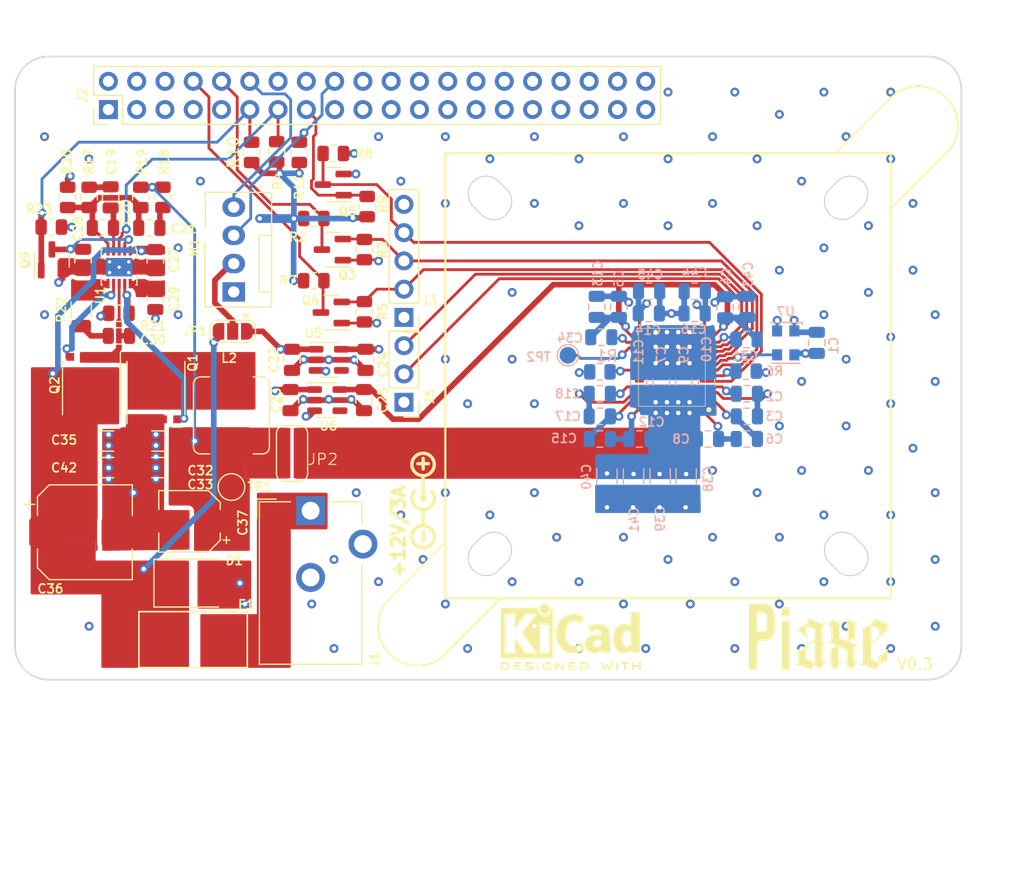
<source format=kicad_pcb>
(kicad_pcb (version 20221018) (generator pcbnew)
  (layers (0 "F.Cu" mixed) (1 "In1.Cu" signal) (2 "In2.Cu" signal) (31 "B.Cu" signal) (34 "B.Paste" user) (35 "F.Paste" user) (36 "B.SilkS" user "B.Silkscreen") (37 "F.SilkS" user "F.Silkscreen") (38 "B.Mask" user) (39 "F.Mask" user) (44 "Edge.Cuts" user))
  (net 0 "")
  (net 1 "GND")
  (net 2 "+1V8")
  (net 3 "Net-(U14-VDD4_0)")
  (net 4 "Net-(U14-VDD3_0)")
  (net 5 "Net-(U14-VDD2_0)")
  (net 6 "Net-(U14-VDD1_0)")
  (net 7 "+1V5")
  (net 8 "Net-(U14-VDD1_1)")
  (net 9 "Net-(U14-VDD2_1)")
  (net 10 "Net-(U14-VDD3_1)")
  (net 11 "Net-(U14-VDD4_1)")
  (net 12 "+5V")
  (net 13 "+0V8")
  (net 14 "/BM1366/CI")
  (net 15 "/BM1366/RO")
  (net 16 "/BM1366/RST_N")
  (net 17 "/BM1366/CLKI")
  (net 20 "/BM1366/BI")
  (net 22 "/BM1366/TEMP_P")
  (net 23 "/BM1366/TEMP_N")
  (net 33 "+3V3")
  (net 34 "Net-(U14-MODEO)")
  (net 35 "Net-(U14-MODE_1)")
  (net 39 "Net-(U14-RI)")
  (net 51 "/Pi/NRST")
  (net 52 "/Pi/PGOOD")
  (net 53 "/Pi/SDN")
  (net 54 "/Pi/RXD")
  (net 55 "/Pi/TXD")
  (net 59 "Net-(Q1-D)")
  (net 60 "Net-(Q1-G)")
  (net 61 "Net-(Q2-G)")
  (net 62 "Net-(Q9-D)")
  (net 63 "Net-(U1-COMP)")
  (net 64 "Net-(U1-FB)")
  (net 65 "Net-(U1-BOOT)")
  (net 66 "Net-(U1-BP)")
  (net 67 "Net-(C19-Pad2)")
  (net 68 "Net-(C21-Pad1)")
  (net 69 "Net-(C30-Pad1)")
  (net 70 "+12V")
  (net 71 "Net-(F1-Pad2)")
  (net 72 "Net-(JP2-A)")
  (net 73 "/Pi/PWM")
  (net 74 "/Pi/TACHO")
  (net 75 "Net-(U14-MODE_0)")
  (net 76 "Net-(JP1-C)")
  (footprint "Resistor_SMD:R_0805_2012Metric" (layer "F.Cu") (at 204.724 73.152 -90)
    (fp_text reference "R3")
    (fp_text value "10k")
  )
  (footprint "Package_TO_SOT_SMD:SOT-23" (layer "F.Cu") (at 176.658 74.0732 90)
    (fp_text reference "Q9")
    (fp_text value "BSS138")
  )
  (footprint "Connector_PinHeader_2.54mm:PinHeader_1x05_P2.54mm_Vertical" (layer "F.Cu") (at 208.28 79.248 180)
    (fp_text reference "J3")
    (fp_text value "Conn_01x05")
  )
  (footprint "Package_TO_SOT_SMD:SOT-23-5" (layer "F.Cu") (at 201.393 86.68)
    (fp_text reference "U6")
    (fp_text value "MCP1824T-0802E")
  )
  (footprint "Resistor_SMD:R_0805_2012Metric" (layer "F.Cu") (at 182.6797 78.8738 180)
    (fp_text reference "R21")
    (fp_text value "4.02k")
  )
  (footprint "Capacitor_SMD:C_0805_2012Metric" (layer "F.Cu") (at 185.949314 77.586937 -90)
    (fp_text reference "C29")
    (fp_text value "1µ")
  )
  (footprint "Resistor_SMD:R_0805_2012Metric" (layer "F.Cu") (at 176.6072 71.1268 180)
    (fp_text reference "R23")
    (fp_text value "10k")
  )
  (footprint "Resistor_SMD:R_0805_2012Metric" (layer "F.Cu") (at 198.882 64.4125 90)
    (fp_text reference "R11")
    (fp_text value "2k2")
  )
  (footprint "Capacitor_SMD:C_0805_2012Metric" (layer "F.Cu") (at 185.4108 71.201337 180)
    (fp_text reference "C21")
    (fp_text value "680p")
  )
  (footprint "Capacitor_SMD:CP_Elec_5x5.8" (layer "F.Cu") (at 189.0222 97.5723 180)
    (fp_text reference "C37")
    (fp_text value "220µ")
  )
  (footprint "bitaxe:polarity" (layer "F.Cu") (at 210 95.5 90)
    (fp_text reference "U3" hide)
    (fp_text value "~")
  )
  (footprint "Mounting_Holes:MountingHole_3.2mm_M3" (layer "F.Cu") (at 176.85 108.3)
    (fp_text reference "REF**" hide)
    (fp_text value "MountingHole_3.2mm_M3" hide)
  )
  (footprint "myfootprints:SolderJumper1.0x4.5" (layer "F.Cu") (at 198.358 91.674)
    (fp_text reference "JP2")
    (fp_text value "SolderJumper_2_Open")
  )
  (footprint "Resistor_SMD:R_0805_2012Metric" (layer "F.Cu") (at 184.6488 68.458137 -90)
    (fp_text reference "R19")
    (fp_text value "10k")
  )
  (footprint "Inductor_SMD:L_Bourns_SRP7028A_7.3x6.6mm" (layer "F.Cu") (at 192.786 88.0504 -90)
    (fp_text reference "L2")
    (fp_text value "300nH")
  )
  (footprint "Resistor_SMD:R_0805_2012Metric" (layer "F.Cu") (at 186.63 68.458137 -90)
    (fp_text reference "R18")
    (fp_text value "1.5k")
  )
  (footprint "Capacitor_SMD:C_1206_3216Metric" (layer "F.Cu") (at 181.5095 90.3546)
    (fp_text reference "C35")
    (fp_text value "10µ/25V")
  )
  (footprint "Diode_SMD:D_SMB" (layer "F.Cu") (at 189.484 103.124)
    (fp_text reference "D1")
    (fp_text value "SMBJ12A")
  )
  (footprint "Resistor_SMD:R_1206_3216Metric" (layer "F.Cu") (at 179.294514 78.567337 -90)
    (fp_text reference "R22")
    (fp_text value "2")
  )
  (footprint "Resistor_SMD:R_0805_2012Metric" (layer "F.Cu") (at 178.075314 68.458137 -90)
    (fp_text reference "R20")
    (fp_text value "10k")
  )
  (footprint "Capacitor_SMD:C_1206_3216Metric" (layer "F.Cu") (at 186.3391 92.7422 180)
    (fp_text reference "C33")
    (fp_text value "47µ/10V")
  )
  (footprint "Resistor_SMD:R_0805_2012Metric" (layer "F.Cu") (at 200.18175 70.358 180)
    (fp_text reference "R2")
    (fp_text value "10k")
  )
  (footprint "Resistor_SMD:R_0805_2012Metric" (layer "F.Cu") (at 180.005714 68.458137 -90)
    (fp_text reference "R17")
    (fp_text value "10k")
  )
  (footprint "Resistor_SMD:R_0805_2012Metric" (layer "F.Cu") (at 200.18175 75.946 180)
    (fp_text reference "R7")
    (fp_text value "10k")
  )
  (footprint "Capacitor_SMD:C_0805_2012Metric" (layer "F.Cu") (at 204.8275 83.058 -90)
    (fp_text reference "C24")
    (fp_text value "1µ")
  )
  (footprint "Connector:FanPinHeader_1x04_P2.54mm_Vertical" (layer "F.Cu") (at 192.994 76.952 90)
    (fp_text reference "M1")
    (fp_text value "Fan_4pin")
  )
  (footprint "Connector_PinHeader_2.54mm:PinHeader_2x20_P2.54mm_Vertical" (layer "F.Cu") (at 181.737 60.568 90)
    (fp_text reference "J2")
    (fp_text value "Conn_02x20_Odd_Even")
  )
  (footprint "Package_TO_SOT_SMD:SOT-23" (layer "F.Cu") (at 201.7545 78.806 180)
    (fp_text reference "Q4")
    (fp_text value "BSS138")
  )
  (footprint "Package_SON:VSONP-8-1EP_5x6_P1.27mm" (layer "F.Cu") (at 180.213 85.592 -90)
    (fp_text reference "Q2")
    (fp_text value "CSD16321Q5")
  )
  (footprint "Mounting_Holes:MountingHole_3.2mm_M3" (layer "F.Cu") (at 234.85 108.3)
    (fp_text reference "REF**" hide)
    (fp_text value "MountingHole_3.2mm_M3" hide)
  )
  (footprint "Resistor_SMD:R_0805_2012Metric" (layer "F.Cu") (at 194.6 64.4125 90)
    (fp_text reference "R10")
    (fp_text value "100k")
  )
  (footprint "Package_SON:VSONP-8-1EP_5x6_P1.27mm" (layer "F.Cu") (at 186.0052 85.6048 90)
    (fp_text reference "Q1")
    (fp_text value "CSD16321Q5")
  )
  (footprint "Capacitor_SMD:C_0805_2012Metric" (layer "F.Cu") (at 182.6797 80.9058)
    (fp_text reference "C30")
    (fp_text value "100n")
  )
  (footprint "Capacitor_SMD:C_0805_2012Metric" (layer "F.Cu") (at 179.452 74.0732 -90)
    (fp_text reference "C28")
    (fp_text value "3.3n")
  )
  (footprint "Capacitor_SMD:C_0805_2012Metric" (layer "F.Cu") (at 198.091 86.68 -90)
    (fp_text reference "C23")
    (fp_text value "100n")
  )
  (footprint "Capacitor_SMD:C_0805_2012Metric" (layer "F.Cu") (at 198.2235 83.058 -90)
    (fp_text reference "C22")
    (fp_text value "100n")
  )
  (footprint "TestPoint:TestPoint_Pad_D2.0mm" (layer "F.Cu") (at 192.786 94.488)
    (fp_text reference "TP1")
    (fp_text value "+1V5")
  )
  (footprint "bitaxe:BM1366" (layer "F.Cu") (at 232.347 83.734 180)
    (fp_text reference "U14" hide)
    (fp_text value "BM1366_mode1")
  )
  (footprint "bitaxe:piaxelogo" (layer "F.Cu") (at 248.92 128.778)
    (fp_text reference "G***" hide)
    (fp_text value "LOGO" hide)
  )
  (footprint "MountingHole:MountingHole_3.2mm_M3" (layer "F.Cu") (at 254.5 62)
    (fp_text reference "REF**" hide)
    (fp_text value "MountingHole_3.2mm_M3")
  )
  (footprint "Resistor_SMD:R_0805_2012Metric" (layer "F.Cu") (at 201.93 64.516)
    (fp_text reference "R8")
    (fp_text value "10k")
  )
  (footprint "Capacitor_SMD:CP_Elec_8x10" (layer "F.Cu") (at 179.6242 98.552)
    (fp_text reference "C36")
    (fp_text value "330µ")
  )
  (footprint "Resistor_SMD:R_0805_2012Metric" (layer "F.Cu") (at 196.85 64.3655 90)
    (fp_text reference "R4")
    (fp_text value "10k")
  )
  (footprint "Capacitor_SMD:C_0805_2012Metric" (layer "F.Cu") (at 204.695 86.68 -90)
    (fp_text reference "C25")
    (fp_text value "1µ")
  )
  (footprint "Capacitor_SMD:C_0805_2012Metric" (layer "F.Cu") (at 181.936114 68.458137 90)
    (fp_text reference "C19")
    (fp_text value "680p")
  )
  (footprint "Jumper:SolderJumper-3_P1.3mm_Open_RoundedPad1.0x1.5mm" (layer "F.Cu") (at 192.9 80.5 180)
    (fp_text reference "JP1")
    (fp_text value "SolderJumper_3_Open")
  )
  (footprint "Capacitor_SMD:C_1206_3216Metric" (layer "F.Cu") (at 181.5095 92.7422)
    (fp_text reference "C42")
    (fp_text value "10µ/25V")
  )
  (footprint "Capacitor_SMD:C_1206_3216Metric" (layer "F.Cu") (at 186.3391 90.3546 180)
    (fp_text reference "C32")
    (fp_text value "47µ/10V")
  )
  (footprint "Connector_PinHeader_2.54mm:PinHeader_1x03_P2.54mm_Vertical" (layer "F.Cu") (at 208.28 86.868 180)
    (fp_text reference "J5")
    (fp_text value "temp")
  )
  (footprint "MountingHole:MountingHole_3.2mm_M3" (layer "F.Cu") (at 209.5 107)
    (fp_text reference "REF**" hide)
    (fp_text value "MountingHole_3.2mm_M3")
  )
  (footprint "Mounting_Holes:MountingHole_3.2mm_M3" (layer "F.Cu") (at 176.85 59.3)
    (fp_text reference "REF**" hide)
    (fp_text value "MountingHole_3.2mm_M3" hide)
  )
  (footprint "Connector_BarrelJack:BarrelJack_CUI_PJ-102AH_Horizontal" (layer "F.Cu") (at 199.898 96.616)
    (fp_text reference "J1")
    (fp_text value "Barrel_Jack_Switch")
  )
  (footprint "myfootprints:fuseholder_littlefuse_blok" (layer "F.Cu") (at 189.3445 108.204)
    (fp_text reference "F1")
    (fp_text value "2.5A")
  )
  (footprint "Mounting_Holes:MountingHole_3.2mm_M3" (layer "F.Cu") (at 234.85 59.3)
    (fp_text reference "REF**" hide)
    (fp_text value "MountingHole_3.2mm_M3" hide)
  )
  (footprint "Symbol:KiCad-Logo2_5mm_SilkScreen" (layer "F.Cu") (at 223.266 107.95)
    (fp_text reference "REF**" hide)
    (fp_text value "KiCad-Logo2_5mm_SilkScreen" hide)
  )
  (footprint "Package_TO_SOT_SMD:SOT-23" (layer "F.Cu") (at 201.8515 73.152 180)
    (fp_text reference "Q3")
    (fp_text value "BSS138")
  )
  (footprint "Package_TO_SOT_SMD:SOT-23-5" (layer "F.Cu") (at 201.5255 83.058)
    (fp_text reference "U5")
    (fp_text value "MCP1824T-1802E")
  )
  (footprint "Package_SON:VSON-10-1EP_3x3mm_P0.5mm_EP1.65x2.4mm_ThermalVias" (layer "F.Cu") (at 182.701714 74.734537 -90)
    (fp_text reference "U1")
    (fp_text value "TPS40304DRC")
  )
  (footprint "Package_TO_SOT_SMD:SOT-23" (layer "F.Cu") (at 201.93 67.31 180)
    (fp_text reference "Q5")
    (fp_text value "BSS138")
  )
  (footprint "Capacitor_SMD:C_0805_2012Metric" (layer "F.Cu") (at 181.240114 71.201337 180)
    (fp_text reference "C20")
    (fp_text value "100p")
  )
  (footprint "Resistor_SMD:R_0805_2012Metric" (layer "F.Cu") (at 204.724 78.74 -90)
    (fp_text reference "R5")
    (fp_text value "10k")
  )
  (footprint "Capacitor_SMD:C_0805_2012Metric" (layer "F.Cu") (at 185.949314 74.096937 -90)
    (fp_text reference "C27")
    (fp_text value "1µ")
  )
  (footprint "bitaxe:piaxelogo" (layer "F.Cu") (at 245.618 107.95)
    (fp_text reference "G***" hide)
    (fp_text value "LOGO" hide)
  )
  (footprint "Resistor_SMD:R_0805_2012Metric" (layer "F.Cu") (at 204.978 69.2875 -90)
    (fp_text reference "R9")
    (fp_text value "100k")
  )
  (footprint "Capacitor_SMD:C_0805_2012Metric" (layer "B.Cu") (at 227.584 78.298 90)
    (fp_text reference "C5")
    (fp_text value "1µ")
  )
  (footprint "Capacitor_SMD:C_0805_2012Metric" (layer "B.Cu") (at 226.0092 81.026 180)
    (fp_text reference "C34")
    (fp_text value "1µ")
  )
  (footprint "Capacitor_SMD:C_0805_2012Metric" (layer "B.Cu") (at 239.1 78.3 90)
    (fp_text reference "C43")
    (fp_text value "100n")
  )
  (footprint "Capacitor_SMD:C_0805_2012Metric" (layer "B.Cu") (at 225.872 86.106)
    (fp_text reference "C18")
    (fp_text value "1µ")
  )
  (footprint "Capacitor_SMD:C_0805_2012Metric" (layer "B.Cu") (at 230.3 76.9)
    (fp_text reference "C45")
    (fp_text value "100n")
  )
  (footprint "Capacitor_SMD:C_0805_2012Metric" (layer "B.Cu") (at 233.426 85.09 90)
    (fp_text reference "C9")
    (fp_text value "100n")
  )
  (footprint "Capacitor_SMD:C_0805_2012Metric" (layer "B.Cu") (at 229.362 85.09 90)
    (fp_text reference "C11")
    (fp_text value "1µ")
  )
  (footprint "Capacitor_SMD:C_0805_2012Metric" (layer "B.Cu") (at 239.0496 81.2292 180)
    (fp_text reference "C31")
    (fp_text value "1µ")
  )
  (footprint "Capacitor_SMD:C_1206_3216Metric" (layer "B.Cu") (at 226.5172 93.5718 -90)
    (fp_text reference "C40")
    (fp_text value "47µ/10V")
  )
  (footprint "Capacitor_SMD:C_0805_2012Metric" (layer "B.Cu") (at 225.872 88.138 180)
    (fp_text reference "C17")
    (fp_text value "1µ")
  )
  (footprint "Capacitor_SMD:C_0805_2012Metric" (layer "B.Cu") (at 229.428 90.17 180)
    (fp_text reference "C12")
    (fp_text value "1µ")
  )
  (footprint "Capacitor_SMD:C_0805_2012Metric" (layer "B.Cu") (at 239.08 90.17 180)
    (fp_text reference "C6")
    (fp_text value "1µ")
  )
  (footprint "Capacitor_SMD:C_0805_2012Metric" (layer "B.Cu") (at 237.1344 78.3336 90)
    (fp_text reference "C4")
    (fp_text value "1µ")
  )
  (footprint "Capacitor_SMD:C_0805_2012Metric" (layer "B.Cu") (at 245.364 81.534 -90)
    (fp_text reference "C1")
    (fp_text value "100n")
  )
  (footprint "Capacitor_SMD:C_0805_2012Metric" (layer "B.Cu") (at 225.6 78.3 90)
    (fp_text reference "C13")
    (fp_text value "100n")
  )
  (footprint "Capacitor_SMD:C_0805_2012Metric" (layer "B.Cu") (at 234.4 76.9 180)
    (fp_text reference "C44")
    (fp_text value "100n")
  )
  (footprint "Capacitor_SMD:C_0805_2012Metric" (layer "B.Cu") (at 239.08 88.138 180)
    (fp_text reference "C3")
    (fp_text value "1µ")
  )
  (footprint "Capacitor_SMD:C_1206_3216Metric" (layer "B.Cu") (at 233.6292 93.5718 -90)
    (fp_text reference "C38")
    (fp_text value "10µ/25V")
  )
  (footprint "Capacitor_SMD:C_0805_2012Metric" (layer "B.Cu") (at 235.458 85.09 90)
    (fp_text reference "C10")
    (fp_text value "1µ")
  )
  (footprint "Oscillator:Oscillator_SMD_EuroQuartz_XO32-4Pin_3.2x2.5mm" (layer "B.Cu") (at 242.57 81.534 180)
    (fp_text reference "U7")
    (fp_text value "25MHz")
  )
  (footprint "Capacitor_SMD:C_1206_3216Metric" (layer "B.Cu") (at 228.9048 93.5718 -90)
    (fp_text reference "C41")
    (fp_text value "47µ/10V")
  )
  (footprint "Capacitor_SMD:C_0805_2012Metric" (layer "B.Cu") (at 231.394 85.09 90)
    (fp_text reference "C7")
    (fp_text value "100n")
  )
  (footprint "Capacitor_SMD:C_0805_2012Metric" (layer "B.Cu") (at 234.3912 78.8924 180)
    (fp_text reference "C16")
    (fp_text value "1µ")
  )
  (footprint "Capacitor_SMD:C_1206_3216Metric" (layer "B.Cu") (at 231.2924 93.5718 -90)
    (fp_text reference "C39")
    (fp_text value "10µ/25V")
  )
  (footprint "Capacitor_SMD:C_0805_2012Metric" (layer "B.Cu") (at 225.872 90.17 180)
    (fp_text reference "C15")
    (fp_text value "1µ")
  )
  (footprint "Capacitor_SMD:C_0805_2012Metric" (layer "B.Cu") (at 230.2764 78.8924)
    (fp_text reference "C14")
    (fp_text value "1µ")
  )
  (footprint "Resistor_SMD:R_0805_2012Metric" (layer "B.Cu") (at 239.014 84.074 180)
    (fp_text reference "R6")
    (fp_text value "10k")
  )
  (footprint "Capacitor_SMD:C_0805_2012Metric" (layer "B.Cu") (at 239.08 86.106)
    (fp_text reference "C2")
    (fp_text value "1µ")
  )
  (footprint "TestPoint:TestPoint_Pad_D1.5mm" (layer "B.Cu") (at 223.012 82.65 180)
    (fp_text reference "TP2")
    (fp_text value "TestPoint")
  )
  (footprint "Resistor_SMD:R_0805_2012Metric" (layer "B.Cu") (at 225.8825 84.14 180)
    (fp_text reference "R1")
    (fp_text value "10k")
  )
  (footprint "Capacitor_SMD:C_0805_2012Metric" (layer "B.Cu") (at 235.59 90.17 180)
    (fp_text reference "C8")
    (fp_text value "1µ")
  )
  (gr_line (start 211.999999 109.499999) (end 217 104.5) (stroke (width 0.15)) (layer "F.SilkS"))
  (gr_line (start 256.999999 64.499999) (end 252 69.5) (stroke (width 0.15)) (layer "F.SilkS"))
  (gr_line (start 207.000001 104.5) (end 212 99.5) (stroke (width 0.15)) (layer "F.SilkS"))
  (gr_arc (start 252.000001 59.500001) (mid 256.999999 59.500001) (end 256.999999 64.499999) (stroke (width 0.15)) (layer "F.SilkS"))
  (gr_rect (start 212 64.5) (end 252 104.5) (stroke (width 0.2)) (fill none) (layer "F.SilkS"))
  (gr_line (start 252.000001 59.500001) (end 247 64.5) (stroke (width 0.15)) (layer "F.SilkS"))
  (gr_arc (start 211.999999 109.499999) (mid 207.000001 109.499999) (end 207.000001 104.500001) (stroke (width 0.15)) (layer "F.SilkS"))
  (gr_line locked (start 258.35 108.8) (end 258.35 58.8) (stroke (width 0.15)) (layer "Edge.Cuts"))
  (gr_line locked (start 173.35 58.8) (end 173.35 108.8) (stroke (width 0.15)) (layer "Edge.Cuts"))
  (gr_arc (start 246.515076 101.277817) (mid 246.515076 99.015076) (end 248.777817 99.015076) (stroke (width 0.1)) (layer "Edge.Cuts"))
  (gr_arc (start 214.515076 69.277817) (mid 214.515076 67.015076) (end 216.777817 67.015076) (stroke (width 0.1)) (layer "Edge.Cuts"))
  (gr_arc (start 249.484924 99.722183) (mid 249.484924 101.984924) (end 247.222183 101.984924) (stroke (width 0.1)) (layer "Edge.Cuts"))
  (gr_arc (start 216.777817 101.984924) (mid 214.515076 101.984924) (end 214.515076 99.722183) (stroke (width 0.1)) (layer "Edge.Cuts"))
  (gr_line locked (start 176.35 111.8) (end 255.35 111.8) (stroke (width 0.15)) (layer "Edge.Cuts"))
  (gr_line (start 215.222183 69.984924) (end 214.515076 69.277817) (stroke (width 0.1)) (layer "Edge.Cuts"))
  (gr_arc (start 247.222183 67.015076) (mid 249.484924 67.015076) (end 249.484924 69.277817) (stroke (width 0.1)) (layer "Edge.Cuts"))
  (gr_line (start 248.777817 99.015076) (end 249.484924 99.722183) (stroke (width 0.1)) (layer "Edge.Cuts"))
  (gr_arc locked (start 173.35 58.8) (mid 174.22868 56.67868) (end 176.35 55.8) (stroke (width 0.15)) (layer "Edge.Cuts"))
  (gr_line (start 246.515076 101.277817) (end 247.222183 101.984924) (stroke (width 0.1)) (layer "Edge.Cuts"))
  (gr_arc (start 217.484924 67.722183) (mid 217.484924 69.984924) (end 215.222183 69.984924) (stroke (width 0.1)) (layer "Edge.Cuts"))
  (gr_line locked (start 255.35 55.8) (end 176.35 55.8) (stroke (width 0.15)) (layer "Edge.Cuts"))
  (gr_arc (start 215.222183 99.015076) (mid 217.484924 99.015076) (end 217.484924 101.277817) (stroke (width 0.1)) (layer "Edge.Cuts"))
  (gr_line (start 249.484924 69.277817) (end 248.777817 69.984924) (stroke (width 0.1)) (layer "Edge.Cuts"))
  (gr_arc locked (start 258.35 108.8) (mid 257.47132 110.92132) (end 255.35 111.8) (stroke (width 0.15)) (layer "Edge.Cuts"))
  (gr_arc (start 248.777817 69.984924) (mid 246.515076 69.984924) (end 246.515076 67.722183) (stroke (width 0.1)) (layer "Edge.Cuts"))
  (gr_line (start 214.515076 99.722183) (end 215.222183 99.015076) (stroke (width 0.1)) (layer "Edge.Cuts"))
  (gr_arc locked (start 255.35 55.8) (mid 257.47132 56.67868) (end 258.35 58.8) (stroke (width 0.15)) (layer "Edge.Cuts"))
  (gr_line (start 247.222183 67.015076) (end 246.515076 67.722183) (stroke (width 0.1)) (layer "Edge.Cuts"))
  (gr_line (start 217.484924 67.722183) (end 216.777817 67.015076) (stroke (width 0.1)) (layer "Edge.Cuts"))
  (gr_line (start 216.777817 101.984924) (end 217.484924 101.277817) (stroke (width 0.1)) (layer "Edge.Cuts"))
  (gr_arc locked (start 176.35 111.8) (mid 174.22868 110.92132) (end 173.35 108.8) (stroke (width 0.15)) (layer "Edge.Cuts"))
  (gr_text "V0.3" (at 252.476 110.998) (layer "F.SilkS") (effects (font (size 1 1)) (justify left bottom)))
  (gr_text "+12V/3A" (at 208.5 98.5 90) (layer "F.SilkS") (effects (font (size 1.2 1.2) (thickness 0.3) bold) (justify bottom)))
  (segment (start 199.2395 86.614) (end 199.1735 86.68) (width 0.508) (layer "F.Cu") (net 1))
  (segment (start 200.2555 86.68) (end 199.3055 86.68) (width 0.508) (layer "F.Cu") (net 1))
  (segment (start 201.5255 83.058) (end 203.8115 83.058) (width 0.508) (layer "F.Cu") (net 1))
  (segment (start 200.388 83.058) (end 201.5255 83.058) (width 0.508) (layer "F.Cu") (net 1))
  (segment (start 199.202711 83.028789) (end 199.268711 83.028789) (width 0.508) (layer "F.Cu") (net 1))
  (segment (start 182.9845 92.7422) (end 184.8641 92.7422) (width 0.508) (layer "F.Cu") (net 1))
  (segment (start 179.452 75.0232) (end 181.113051 75.0232) (width 0.508) (layer "F.Cu") (net 1))
  (segment (start 203.5575 86.614) (end 203.6235 86.68) (width 0.508) (layer "F.Cu") (net 1))
  (segment (start 178.075314 66.780686) (end 178.308 66.548) (width 0.508) (layer "F.Cu") (net 1))
  (segment (start 177.5197 71.1268) (end 178.436 71.1268) (width 0.508) (layer "F.Cu") (net 1))
  (segment (start 203.4915 86.68) (end 203.5575 86.614) (width 0.508) (layer "F.Cu") (net 1))
  (segment (start 199.297922 83.058) (end 199.268711 83.028789) (width 0.508) (layer "F.Cu") (net 1))
  (segment (start 203.962 66.36) (end 202.8675 66.36) (width 0.254) (layer "F.Cu") (net 1))
  (segment (start 181.301817 78.8738) (end 181.03997 79.135647) (width 0.508) (layer "F.Cu") (net 1))
  (segment (start 199.041 86.68) (end 198.091 87.63) (width 0.508) (layer "F.Cu") (net 1))
  (segment (start 199.3055 86.68) (end 199.2395 86.614) (width 0.508) (layer "F.Cu") (net 1))
  (segment (start 185.949314 79.329661) (end 185.970921 79.351268) (width 0.508) (layer "F.Cu") (net 1))
  (segment (start 203.6235 86.68) (end 203.745 86.68) (width 0.508) (layer "F.Cu") (net 1))
  (segment (start 185.1726 88.392) (end 186.436 88.392) (width 0.508) (layer "F.Cu") (net 1))
  (segment (start 203.745 86.68) (end 204.695 87.63) (width 0.508) (layer "F.Cu") (net 1))
  (segment (start 183.8743 88.392) (end 185.1726 88.392) (width 0.508) (layer "F.Cu") (net 1))
  (segment (start 200.388 83.058) (end 199.297922 83.058) (width 0.508) (layer "F.Cu") (net 1))
  (segment (start 201.5915 86.68) (end 203.4915 86.68) (width 0.508) (layer "F.Cu") (net 1))
  (segment (start 200.2555 86.68) (end 201.4595 86.68) (width 0.508) (layer "F.Cu") (net 1))
  (segment (start 183.729314 75.046937) (end 183.561714 75.214537) (width 0.508) (layer "F.Cu") (net 1))
  (segment (start 181.7672 78.8738) (end 181.301817 78.8738) (width 0.508) (layer "F.Cu") (net 1))
  (segment (start 199.1735 86.68) (end 199.041 86.68) (width 0.508) (layer "F.Cu") (net 1))
  (segment (start 184.8641 88.7005) (end 185.1726 88.392) (width 0.508) (layer "F.Cu") (net 1))
  (segment (start 178.075314 67.545637) (end 178.075314 66.780686) (width 0.508) (layer "F.Cu") (net 1))
  (segment (start 203.8115 83.058) (end 203.8775 83.058) (width 0.508) (layer "F.Cu") (net 1))
  (segment (start 185.949314 75.046937) (end 183.729314 75.046937) (width 0.508) (layer "F.Cu") (net 1))
  (segment (start 181.113051 75.0232) (end 181.151714 74.984537) (width 0.508) (layer "F.Cu") (net 1))
  (segment (start 177.608 75.0107) (end 177.608 75.7648) (width 0.508) (layer "F.Cu") (net 1))
  (segment (start 177.608 75.7648) (end 177.2676 76.1052) (width 0.508) (layer "F.Cu") (net 1))
  (segment (start 185.949314 78.536937) (end 185.949314 79.329661) (width 0.508) (layer "F.Cu") (net 1))
  (segment (start 182.9845 90.3546) (end 184.8641 90.3546) (width 0.508) (layer "F.Cu") (net 1))
  (segment (start 184.8641 90.3546) (end 184.8641 88.7005) (width 0.508) (layer "F.Cu") (net 1))
  (segment (start 184.8641 92.7422) (end 184.8641 90.3546) (width 0.508) (layer "F.Cu") (net 1))
  (segment (start 198.2235 84.008) (end 199.202711 83.028789) (width 0.508) (layer "F.Cu") (net 1))
  (segment (start 203.8775 83.058) (end 204.8275 84.008) (width 0.508) (layer "F.Cu") (net 1))
  (segment (start 201.5255 86.614) (end 201.5915 86.68) (width 0.508) (layer "F.Cu") (net 1))
  (segment (start 201.4595 86.68) (end 201.5255 86.614) (width 0.508) (layer "F.Cu") (net 1))
  (via (at 242 99) (size 0.8) (drill 0.4) (layers "F.Cu" "B.Cu") (net 1))
  (via (at 186.0052 89.7628) (size 0.8) (drill 0.4) (layers "F.Cu" "B.Cu") (net 1))
  (via (at 240 71) (size 0.8) (drill 0.4) (layers "F.Cu" "B.Cu") (net 1))
  (via (at 236.205209 77.901612) (size 0.8) (drill 0.4) (layers "F.Cu" "B.Cu") (net 1))
  (via (at 224 109) (size 0.8) (drill 0.4) (layers "F.Cu" "B.Cu") (net 1))
  (via (at 214 87) (size 0.8) (drill 0.4) (layers "F.Cu" "B.Cu") (net 1))
  (via (at 220 107) (size 0.8) (drill 0.4) (layers "F.Cu" "B.Cu") (net 1))
  (via (at 186.0052 92.7628) (size 0.8) (drill 0.4) (layers "F.Cu" "B.Cu") (net 1))
  (via (at 233.934 83.3628) (size 0.8) (drill 0.4) (layers "F.Cu" "B.Cu") (net 1))
  (via (at 252 109) (size 0.8) (drill 0.4) (layers "F.Cu" "B.Cu") (net 1))
  (via (at 240 95) (size 0.8) (drill 0.4) (layers "F.Cu" "B.Cu") (net 1))
  (via (at 190 67) (size 0.8) (drill 0.4) (layers "F.Cu" "B.Cu") (net 1))
  (via (at 231.902 83.3628) (size 0.8) (drill 0.4) (layers "F.Cu" "B.Cu") (net 1))
  (via (at 218 103) (size 0.8) (drill 0.4) (layers "F.Cu" "B.Cu") (net 1))
  (via (at 246 73) (size 0.8) (drill 0.4) (layers "F.Cu" "B.Cu") (net 1))
  (via (at 181.7552 89.7628) (size 0.8) (drill 0.4) (layers "F.Cu" "B.Cu") (net 1))
  (via (at 230.886 83.3628) (size 0.8) (drill 0.4) (layers "F.Cu" "B.Cu") (net 1))
  (via (at 186.0052 93.7628) (size 0.8) (drill 0.4) (layers "F.Cu" "B.Cu") (net 1))
  (via (at 184 95) (size 0.8) (drill 0.4) (layers "F.Cu" "B.Cu") (net 1))
  (via (at 206 103) (size 0.8) (drill 0.4) (layers "F.Cu" "B.Cu") (net 1))
  (via (at 246 79) (size 0.8) (drill 0.4) (layers "F.Cu" "B.Cu") (net 1))
  (via (at 240.792 84.201) (size 0.8) (drill 0.4) (layers "F.Cu" "B.Cu") (net 1))
  (via (at 231.902 80.5688) (size 0.8) (drill 0.4) (layers "F.Cu" "B.Cu") (net 1))
  (via (at 181.03997 79.135647) (size 0.8) (drill 0.4) (layers "F.Cu" "B.Cu") (net 1))
  (via (at 242 89) (size 0.8) (drill 0.4) (layers "F.Cu" "B.Cu") (net 1))
  (via (at 218 77) (size 0.8) (drill 0.4) (layers "F.Cu" "B.Cu") (net 1))
  (via (at 210 101) (size 0.8) (drill 0.4) (layers "F.Cu" "B.Cu") (net 1))
  (via (at 250 93) (size 0.8) (drill 0.4) (layers "F.Cu" "B.Cu") (net 1))
  (via (at 232.918 80.5688) (size 0.8) (drill 0.4) (layers "F.Cu" "B.Cu") (net 1))
  (via (at 208 67) (size 0.8) (drill 0.4) (layers "F.Cu" "B.Cu") (net 1))
  (via (at 228 105) (size 0.8) (drill 0.4) (layers "F.Cu" "B.Cu") (net 1))
  (via (at 232 59) (size 0.8) (drill 0.4) (layers "F.Cu" "B.Cu") (net 1))
  (via (at 240 65) (size 0.8) (drill 0.4) (layers "F.Cu" "B.Cu") (net 1))
  (via (at 256 101) (size 0.8) (drill 0.4) (layers "F.Cu" "B.Cu") (net 1))
  (via (at 238 103) (size 0.8) (drill 0.4) (layers "F.Cu" "B.Cu") (net 1))
  (via (at 228 63) (size 0.8) (drill 0.4) (layers "F.Cu" "B.Cu") (net 1))
  (via (at 224 71) (size 0.8) (drill 0.4) (layers "F.Cu" "B.Cu") (net 1))
  (via (at 228 69) (size 0.8) (drill 0.4) (layers "F.Cu" "B.Cu") (net 1))
  (via (at 231.902 81.8896) (size 0.8) (drill 0.4) (layers "F.Cu" "B.Cu") (net 1))
  (via (at 232.918 83.3628) (size 0.8) (drill 0.4) (layers "F.Cu" "B.Cu") (net 1))
  (via (at 181.7552 90.7628) (size 0.8) (drill 0.4) (layers "F.Cu" "B.Cu") (net 1))
  (via (at 252 81) (size 0.8) (drill 0.4) (layers "F.Cu" "B.Cu") (net 1))
  (via (at 242 61) (size 0.8) (drill 0.4) (layers "F.Cu" "B.Cu") (net 1))
  (via (at 242 105) (size 0.8) (drill 0.4) (layers "F.Cu" "B.Cu") (net 1))
  (via (at 242 75) (size 0.8) (drill 0.4) (layers "F.Cu" "B.Cu") (net 1))
  (via (at 232.3084 78.8924) (size 0.8) (drill 0.4) (layers "F.Cu" "B.Cu") (net 1))
  (via (at 256 95) (size 0.8) (drill 0.4) (layers "F.Cu" "B.Cu") (net 1))
  (via (at 224 103) (size 0.8) (drill 0.4) (layers "F.Cu" "B.Cu") (net 1))
  (via (at 178.308 66.548) (size 0.8) (drill 0.4) (layers "F.Cu" "B.Cu") (net 1))
  (via (at 236 63) (size 0.8) (drill 0.4) (layers "F.Cu" "B.Cu") (net 1))
  (via (at 250 77) (size 0.8) (drill 0.4) (layers "F.Cu" "B.Cu") (net 1))
  (via (at 203.962 66.36) (size 0.8) (drill 0.4) (layers "F.Cu" "B.Cu") (net 1))
  (via (at 232 71) (size 0.8) (drill 0.4) (layers "F.Cu" "B.Cu") (net 1))
  (via (at 216 65) (size 0.8) (drill 0.4) (layers "F.Cu" "B.Cu") (net 1))
  (via (at 244 85) (size 0.8) (drill 0.4) (layers "F.Cu" "B.Cu") (net 1))
  (via (at 224 65) (size 0.8) (drill 0.4) (layers "F.Cu" "B.Cu") (net 1))
  (via (at 226.5172 96.3168) (size 0.8) (drill 0.4) (layers "F.Cu" "B.Cu") (net 1))
  (via (at 230.886 81.8896) (size 0.8) (drill 0.4) (layers "F.Cu" "B.Cu") (net 1))
  (via (at 244.348 82.484) (size 0.8) (drill 0.4) (layers "F.Cu" "B.Cu") (net 1))
  (via (at 244 93) (size 0.8) (drill 0.4) (layers "F.Cu" "B.Cu") (net 1))
  (via (at 212 83) (size 0.8) (drill 0.4) (layers "F.Cu" "B.Cu") (net 1))
  (via (at 230.886 80.5688) (size 0.8) (drill 0.4) (layers "F.Cu" "B.Cu") (net 1))
  (via (at 232 65) (size 0.8) (drill 0.4) (layers "F.Cu" "B.Cu") (net 1))
  (via (at 236 69) (size 0.8) (drill 0.4) (layers "F.Cu" "B.Cu") (net 1))
  (via (at 236 93) (size 0.8) (drill 0.4) (layers "F.Cu" "B.Cu") (net 1))
  (via (at 256 79) (size 0.8) (drill 0.4) (layers "F.Cu" "B.Cu") (net 1))
  (via (at 194 105) (size 0.8) (drill 0.4) (layers "F.Cu" "B.Cu") (net 1))
  (via (at 220 63) (size 0.8) (drill 0.4) (layers "F.Cu" "B.Cu") (net 1))
  (via (at 230 109) (size 0.8) (drill 0.4) (layers "F.Cu" "B.Cu") (net 1))
  (via (at 180 107) (size 0.8) (drill 0.4) (layers "F.Cu" "B.Cu") (net 1))
  (via (at 228.854 96.3168) (size 0.8) (drill 0.4) (layers "F.Cu" "B.Cu") (net 1))
  (via (at 186.0052 90.7628) (size 0.8) (drill 0.4) (layers "F.Cu" "B.Cu") (net 1))
  (via (at 178.436 71.1268) (size 0.8) (drill 0.4) (layers "F.Cu" "B.Cu") (net 1))
  (via (at 200 105) (size 0.8) (drill 0.4) (layers "F.Cu" "B.Cu") (net 1))
  (via (at 252 97) (size 0.8) (drill 0.4) (layers "F.Cu" "B.Cu") (net 1))
  (via (at 254 91) (size 0.8) (drill 0.4) (layers "F.Cu" "B.Cu") (net 1))
  (via (at 176 79) (size 0.8) (drill 0.4) (layers "F.Cu" "B.Cu") (net 1))
  (via (at 254 75) (size 0.8) (drill 0.4) (layers "F.Cu" "B.Cu") (net 1))
  (via (at 201.5255 83.058) (size 0.8) (drill 0.4) (layers "F.Cu" "B.Cu") (net 1))
  (via (at 186.0052 91.7628) (size 0.8) (drill 0.4) (layers "F.Cu" "B.Cu") (net 1))
  (via (at 233.934 80.5688) (size 0.8) (drill 0.4) (layers "F.Cu" "B.Cu") (net 1))
  (via (at 252 65) (size 0.8) (drill 0.4) (layers "F.Cu" "B.Cu") (net 1))
  (via (at 233.5784 96.3168) (size 0.8) (drill 0.4) (layers "F.Cu" "B.Cu") (net 1))
  (via (at 233.934 81.8896) (size 0.8) (drill 0.4) (layers "F.Cu" "B.Cu") (net 1))
  (via (at 212 105) (size 0.8) (drill 0.4) (layers "F.Cu" "B.Cu") (net 1))
  (via (at 212 63) (size 0.8) (drill 0.4) (layers "F.Cu" "B.Cu") (net 1))
  (via (at 254 69) (size 0.8) (drill 0.4) (layers "F.Cu" "B.Cu") (net 1))
  (via (at 244 67) (size 0.8) (drill 0.4) (layers "F.Cu" "B.Cu") (net 1))
  (via (at 244 109) (size 0.8) (drill 0.4) (layers "F.Cu" "B.Cu") (net 1))
  (via (at 232 101) (size 0.8) (drill 0.4) (layers "F.Cu" "B.Cu") (net 1))
  (via (at 248 83) (size 0.8) (drill 0.4) (layers "F.Cu" "B.Cu") (net 1))
  (via (at 220 95) (size 0.8) (drill 0.4) (layers "F.Cu" "B.Cu") (net 1))
  (via (at 248 89) (size 0.8) (drill 0.4) (layers "F.Cu" "B.Cu") (net 1))
  (via (at 180 65) (size 0.8) (drill 0.4) (layers "F.Cu" "B.Cu") (net 1))
  (via (at 193.548 103.124) (size 0.8) (drill 0.4) (layers "F.Cu" "B.Cu") (net 1))
  (via (at 177.2676 76.1052) (size 0.8) (drill 0.4) (layers "F.Cu" "B.Cu") (net 1))
  (via (at 176 63) (size 0.8) (drill 0.4) (layers "F.Cu" "B.Cu") (net 1))
  (via (at 234 105) (size 0.8) (drill 0.4) (layers "F.Cu" "B.Cu") (net 1))
  (via (at 252 59) (size 0.8) (drill 0.4) (layers "F.Cu" "B.Cu") (net 1))
  (via (at 188 73) (size 0.8) (drill 0.4) (layers "F.Cu" "B.Cu") (net 1))
  (via (at 248 107) (size 0.8) (drill 0.4) (layers "F.Cu" "B.Cu") (net 1))
  (via (at 232.918 81.8896) (size 0.8) (drill 0.4) (layers "F.Cu" "B.Cu") (net 1))
  (via (at 248 63) (size 0.8) (drill 0.4) (layers "F.Cu" "B.Cu") (net 1))
  (via (at 256 85) (size 0.8) (drill 0.4) (layers "F.Cu" "B.Cu") (net 1))
  (via (at 203.5575 86.614) (size 0.8) (drill 0.4) (layers "F.Cu" "B.Cu") (net 1))
  (via (at 220 87) (size 0.8) (drill 0.4) (layers "F.Cu" "B.Cu") (net 1))
  (via (at 256 107) (size 0.8) (drill 0.4) (layers "F.Cu" "B.Cu") (net 1))
  (via (at 228.472036 77.890343) (size 0.8) (drill 0.4) (layers "F.Cu" "B.Cu") (net 1))
  (via (at 218 83) (size 0.8) (drill 0.4) (layers "F.Cu" "B.Cu") (net 1))
  (via (at 214 109) (size 0.8) (drill 0.4) (layers "F.Cu" "B.Cu") (net 1))
  (via (at 199.2395 86.614) (size 0.8) (drill 0.4) (layers "F.Cu" "B.Cu") (net 1))
  (via (at 202 101) (size 0.8) (drill 0.4) (layers "F.Cu" "B.Cu") (net 1))
  (via (at 181.7552 91.7628) (size 0.8) (drill 0.4) (layers "F.Cu" "B.Cu") (net 1))
  (via (at 206 63) (size 0.8) (drill 0.4) (layers "F.Cu" "B.Cu") (net 1))
  (via (at 208 97) (size 0.8) (drill 0.4) (layers "F.Cu" "B.Cu") (net 1))
  (via (at 202 109) (size 0.8) (drill 0.4) (layers "F.Cu" "B.Cu") (net 1))
  (via (at 181.7552 93.7628) (size 0.8) (drill 0.4) (layers "F.Cu" "B.Cu") (net 1))
  (via (at 201.5255 86.614) (size 0.8) (drill 0.4) (layers "F.Cu" "B.Cu") (net 1))
  (via (at 222 99) (size 0.8) (drill 0.4) (layers "F.Cu" "B.Cu") (net 1))
  (via (at 238 109) (size 0.8) (drill 0.4) (layers "F.Cu" "B.Cu") (net 1))
  (via (at 231.2416 96.3168) (size 0.8) (drill 0.4) (layers "F.Cu" "B.Cu") (net 1))
  (via (at 252 103) (size 0.8) (drill 0.4) (layers "F.Cu" "B.Cu") (net 1))
  (via (at 212 95) (size 0.8) (drill 0.4) (layers "F.Cu" "B.Cu") (net 1))
  (via (at 246 59) (size 0.8) (drill 0.4) (layers "F.Cu" "B.Cu") (net 1))
  (via (at 203.8115 83.058) (size 0.8) (drill 0.4) (layers "F.Cu" "B.Cu") (net 1))
  (via (at 216 97) (size 0.8) (drill 0.4) (layers "F.Cu" "B.Cu") (net 1))
  (via (at 204 95) (size 0.8) (drill 0.4) (layers "F.Cu" "B.Cu") (net 1))
  (via (at 252 87) (size 0.8) (drill 0.4) (layers "F.Cu" "B.Cu") (net 1))
  (via (at 181.7552 92.7628) (size 0.8) (drill 0.4) (layers "F.Cu" "B.Cu") (net 1))
  (via (at 220 69) (size 0.8) (drill 0.4) (layers "F.Cu" "B.Cu") (net 1))
  (via (at 228 99) (size 0.8) (drill 0.4) (layers "F.Cu" "B.Cu") (net 1))
  (via (at 246 103) (size 0.8) (drill 0.4) (layers "F.Cu" "B.Cu") (net 1))
  (via (at 185.970921 79.351268) (size 0.8) (drill 0.4) (layers "F.Cu" "B.Cu") (net 1))
  (via (at 238 59) (size 0.8) (drill 0.4) (layers "F.Cu" "B.Cu") (net 1))
  (via (at 246 97) (size 0.8) (drill 0.4) (layers "F.Cu" "B.Cu") (net 1))
  (via (at 199.268711 83.028789) (size 0.8) (drill 0.4) (layers "F.Cu" "B.Cu") (net 1))
  (via (at 188 79) (size 0.8) (drill 0.4) (layers "F.Cu" "B.Cu") (net 1))
  (via (at 236 99) (size 0.8) (drill 0.4) (layers "F.Cu" "B.Cu") (net 1))
  (via (at 212 69) (size 0.8) (drill 0.4) (layers "F.Cu" "B.Cu") (net 1))
  (via (at 250 71) (size 0.8) (drill 0.4) (layers "F.Cu" "B.Cu") (net 1))
  (segment (start 240.665 84.074) (end 240.792 84.201) (width 0.254) (layer "B.Cu") (net 1))
  (segment (start 233.45 78.8836) (end 233.4412 78.8924) (width 0.508) (layer "B.Cu") (net 1))
  (segment (start 245.364 82.484) (end 244.348 82.484) (width 0.254) (layer "B.Cu") (net 1))
  (segment (start 228.9048 95.0468) (end 228.9048 96.266) (width 0.508) (layer "B.Cu") (net 1))
  (segment (start 239.9265 84.074) (end 240.665 84.074) (width 0.254) (layer "B.Cu") (net 1))
  (segment (start 228.472036 77.890343) (end 227.929693 77.348) (width 0.508) (layer "B.Cu") (net 1))
  (segment (start 231.25 76.9) (end 231.25 78.8688) (width 0.508) (layer "B.Cu") (net 1))
  (segment (start 226.5172 95.0468) (end 226.5172 96.3168) (width 0.508) (layer "B.Cu") (net 1))
  (segment (start 227.582 77.35) (end 227.584 77.348) (width 0.508) (layer "B.Cu") (net 1))
  (segment (start 228.9048 96.266) (end 228.854 96.3168) (width 0.508) (layer "B.Cu") (net 1))
  (segment (start 243.47 82.484) (end 244.348 82.484) (width 0.508) (layer "B.Cu") (net 1))
  (segment (start 231.2264 78.8924) (end 233.4412 78.8924) (width 0.508) (layer "B.Cu") (net 1))
  (segment (start 231.25 78.8688) (end 231.2264 78.8924) (width 0.508) (layer "B.Cu") (net 1))
  (segment (start 227.929693 77.348) (end 227.584 77.348) (width 0.508) (layer "B.Cu") (net 1))
  (segment (start 236.205209 77.901612) (end 236.723221 77.3836) (width 0.508) (layer "B.Cu") (net 1))
  (segment (start 239.0664 77.3836) (end 239.1 77.35) (width 0.508) (layer "B.Cu") (net 1))
  (segment (start 231.2924 96.266) (end 231.2416 96.3168) (width 0.508) (layer "B.Cu") (net 1))
  (segment (start 243.345 82.609) (end 243.47 82.484) (width 0.254) (layer "B.Cu") (net 1))
  (segment (start 236.723221 77.3836) (end 237.1344 77.3836) (width 0.508) (layer "B.Cu") (net 1))
  (segment (start 233.6292 95.0468) (end 233.6292 96.266) (width 0.508) (layer "B.Cu") (net 1))
  (segment (start 233.6292 96.266) (end 233.5784 96.3168) (width 0.508) (layer "B.Cu") (net 1))
  (segment (start 225.6 77.35) (end 227.582 77.35) (width 0.508) (layer "B.Cu") (net 1))
  (segment (start 233.45 76.9) (end 233.45 78.8836) (width 0.508) (layer "B.Cu") (net 1))
  (segment (start 237.1344 77.3836) (end 239.0664 77.3836) (width 0.508) (layer "B.Cu") (net 1))
  (segment (start 231.2924 95.0468) (end 231.2924 96.266) (width 0.508) (layer "B.Cu") (net 1))
  (segment (start 204.8275 82.108) (end 206.0315 82.108) (width 0.508) (layer "F.Cu") (net 2))
  (segment (start 202.692 79.756) (end 204.6205 79.756) (width 0.254) (layer "F.Cu") (net 2))
  (segment (start 204.724 74.0645) (end 205.8965 74.0645) (width 0.254) (layer "F.Cu") (net 2))
  (segment (start 205.8965 74.0645) (end 206 74.168) (width 0.254) (layer "F.Cu") (net 2))
  (segment (start 204.6865 74.102) (end 204.724 74.0645) (width 0.254) (layer "F.Cu") (net 2))
  (segment (start 204.6205 79.756) (end 204.724 79.6525) (width 0.254) (layer "F.Cu") (net 2))
  (segment (start 229.431 80.484) (end 229.431 78.6202) (width 0.254) (layer "F.Cu") (net 2))
  (segment (start 205.74 79.6525) (end 205.8435 79.756) (width 0.254) (layer "F.Cu") (net 2))
  (segment (start 202.8425 64.516) (end 203.8115 64.516) (width 0.508) (layer "F.Cu") (net 2))
  (segment (start 229.431 78.6202) (end 230.0732 77.978) (width 0.254) (layer "F.Cu") (net 2))
  (segment (start 235.263 80.471) (end 235.263 78.763) (width 0.254) (layer "F.Cu") (net 2))
  (segment (start 206.0315 82.108) (end 206.031502 82.107998) (width 0.508) (layer "F.Cu") (net 2))
  (segment (start 202.663 82.108) (end 204.8275 82.108) (width 0.508) (layer "F.Cu") (net 2))
  (segment (start 202.789 74.102) (end 204.6865 74.102) (width 0.254) (layer "F.Cu") (net 2))
  (segment (start 204.724 79.6525) (end 205.74 79.6525) (width 0.254) (layer "F.Cu") (net 2))
  (segment (start 235.263 78.763) (end 234.6 78.1) (width 0.254) (layer "F.Cu") (net 2))
  (via (at 206 74.168) (size 0.8) (drill 0.4) (layers "F.Cu" "B.Cu") (net 2))
  (via (at 206.031502 82.107998) (size 0.8) (drill 0.4) (layers "F.Cu" "B.Cu") (net 2))
  (via (at 243.332 79.502) (size 0.8) (drill 0.4) (layers "F.Cu" "B.Cu") (net 2))
  (via (at 203.8115 64.516) (size 0.8) (drill 0.4) (layers "F.Cu" "B.Cu") (net 2))
  (via (at 224.028 84.201) (size 0.8) (drill 0.4) (layers "F.Cu" "B.Cu") (net 2))
  (via (at 241.808 79.502) (size 0.8) (drill 0.4) (layers "F.Cu" "B.Cu") (net 2))
  (via (at 205.8435 79.756) (size 0.8) (drill 0.4) (layers "F.Cu" "B.Cu") (net 2))
  (via (at 230.0732 77.978) (size 0.8) (drill 0.4) (layers "F.Cu" "B.Cu") (net 2))
  (via (at 234.6 78.1) (size 0.8) (drill 0.4) (layers "F.Cu" "B.Cu") (net 2))
  (segment (start 241.795 80.459) (end 241.795 79.515) (width 0.254) (layer "B.Cu") (net 2))
  (segment (start 224.089 84.14) (end 224.028 84.201) (width 0.254) (layer "B.Cu") (net 2))
  (segment (start 243.47 80.584) (end 243.345 80.459) (width 0.254) (layer "B.Cu") (net 2))
  (segment (start 224.97 84.14) (end 224.089 84.14) (width 0.254) (layer "B.Cu") (net 2))
  (segment (start 241.795 79.515) (end 241.808 79.502) (width 0.254) (layer "B.Cu") (net 2))
  (segment (start 243.345 80.459) (end 243.345 79.515) (width 0.254) (layer "B.Cu") (net 2))
  (segment (start 234.6 78.1512) (end 234.6 78.1) (width 0.254) (layer "B.Cu") (net 2))
  (segment (start 235.35 78.8836) (end 235.3412 78.8924) (width 0.508) (layer "B.Cu") (net 2))
  (segment (start 229.35 76.9) (end 229.35 78.8688) (width 0.508) (layer "B.Cu") (net 2))
  (segment (start 245.364 80.584) (end 243.47 80.584) (width 0.508) (layer "B.Cu") (net 2))
  (segment (start 229.3264 78.7248) (end 230.0732 77.978) (width 0.508) (layer "B.Cu") (net 2))
  (segment (start 235.3412 78.8924) (end 234.6 78.1512) (width 0.254) (layer "B.Cu") (net 2))
  (segment (start 229.3264 78.8924) (end 229.3264 78.7248) (width 0.508) (layer "B.Cu") (net 2))
  (segment (start 229.35 78.8688) (end 229.3264 78.8924) (width 0.508) (layer "B.Cu") (net 2))
  (segment (start 243.345 79.515) (end 243.332 79.502) (width 0.254) (layer "B.Cu") (net 2))
  (segment (start 235.35 76.9) (end 235.35 78.8836) (width 0.508) (layer "B.Cu") (net 2))
  (segment (start 236.875 85.491) (end 237.236 85.852) (width 0.254) (layer "F.Cu") (net 3))
  (segment (start 235.263 85.491) (end 236.875 85.491) (width 0.254) (layer "F.Cu") (net 3))
  (via (at 237.236 85.852) (size 0.8) (drill 0.4) (layers "F.Cu" "B.Cu") (net 3))
  (segment (start 238.13 86.106) (end 237.49 86.106) (width 0.254) (layer "B.Cu") (net 3))
  (segment (start 237.49 86.106) (end 237.236 85.852) (width 0.254) (layer "B.Cu") (net 3))
  (segment (start 240.4936 86.5314) (end 240.919 86.106) (width 0.254) (layer "F.Cu") (net 4))
  (segment (start 236.954583 86.5314) (end 240.4936 86.5314) (width 0.254) (layer "F.Cu") (net 4))
  (segment (start 235.263 85.993) (end 236.416183 85.993) (width 0.254) (layer "F.Cu") (net 4))
  (segment (start 236.416183 85.993) (end 236.954583 86.5314) (width 0.254) (layer "F.Cu") (net 4))
  (via (at 240.919 86.106) (size 0.8) (drill 0.4) (layers "F.Cu" "B.Cu") (net 4))
  (segment (start 240.919 86.106) (end 240.03 86.106) (width 0.254) (layer "B.Cu") (net 4))
  (segment (start 240.03 88.138) (end 240.03 86.106) (width 0.508) (layer "B.Cu") (net 4))
  (segment (start 237.236 87.818) (end 237.236 88.011) (width 0.254) (layer "F.Cu") (net 5))
  (segment (start 235.263 86.495) (end 235.913 86.495) (width 0.254) (layer "F.Cu") (net 5))
  (segment (start 235.913 86.495) (end 237.236 87.818) (width 0.254) (layer "F.Cu") (net 5))
  (via (at 237.236 88.011) (size 0.8) (drill 0.4) (layers "F.Cu" "B.Cu") (net 5))
  (segment (start 238.13 88.27) (end 240.03 90.17) (width 0.508) (layer "B.Cu") (net 5))
  (segment (start 238.13 88.138) (end 238.13 88.27) (width 0.254) (layer "B.Cu") (net 5))
  (segment (start 238.003 88.011) (end 238.13 88.138) (width 0.254) (layer "B.Cu") (net 5))
  (segment (start 237.236 88.011) (end 238.003 88.011) (width 0.254) (layer "B.Cu") (net 5))
  (segment (start 235.263 87.816) (end 236.474 89.027) (width 0.254) (layer "F.Cu") (net 6))
  (segment (start 235.263 86.997) (end 235.263 87.816) (width 0.254) (layer "F.Cu") (net 6))
  (via (at 236.474 89.027) (size 0.8) (drill 0.4) (layers "F.Cu" "B.Cu") (net 6))
  (segment (start 236.54 90.17) (end 238.13 90.17) (width 0.508) (layer "B.Cu") (net 6))
  (segment (start 236.474 90.104) (end 236.54 90.17) (width 0.254) (layer "B.Cu") (net 6))
  (segment (start 236.474 89.027) (end 236.474 90.104) (width 0.254) (layer "B.Cu") (net 6))
  (via (at 233.6292 93.3196) (size 0.8) (drill 0.4) (layers "F.Cu" "B.Cu") (net 7))
  (via (at 228.9048 93.3196) (size 0.8) (drill 0.4) (layers "F.Cu" "B.Cu") (net 7))
  (via (at 230.886 87.8332) (size 0.8) (drill 0.4) (layers "F.Cu" "B.Cu") (net 7))
  (via (at 231.902 87.8332) (size 0.8) (drill 0.4) (layers "F.Cu" "B.Cu") (net 7))
  (via (at 226.5172 93.2688) (size 0.8) (drill 0.4) (layers "F.Cu" "B.Cu") (net 7))
  (via (at 232.918 86.868) (size 0.8) (drill 0.4) (layers "F.Cu" "B.Cu") (net 7))
  (via (at 233.934 86.868) (size 0.8) (drill 0.4) (layers "F.Cu" "B.Cu") (net 7))
  (via (at 233.934 87.8332) (size 0.8) (drill 0.4) (layers "F.Cu" "B.Cu") (net 7))
  (via (at 231.2416 93.3196) (size 0.8) (drill 0.4) (layers "F.Cu" "B.Cu") (net 7))
  (via (at 230.886 86.868) (size 0.8) (drill 0.4) (layers "F.Cu" "B.Cu") (net 7))
  (via (at 231.902 86.868) (size 0.8) (drill 0.4) (layers "F.Cu" "B.Cu") (net 7))
  (via (at 232.918 87.8332) (size 0.8) (drill 0.4) (layers "F.Cu" "B.Cu") (net 7))
  (segment (start 229.431 87.434) (end 228.727 88.138) (width 0.254) (layer "F.Cu") (net 8))
  (segment (start 229.431 86.984) (end 229.431 87.434) (width 0.254) (layer "F.Cu") (net 8))
  (via (at 228.727 88.138) (size 0.8) (drill 0.4) (layers "F.Cu" "B.Cu") (net 8))
  (segment (start 226.822 90.17) (end 228.478 90.17) (width 0.508) (layer "B.Cu") (net 8))
  (segment (start 228.727 88.138) (end 228.727 89.921) (width 0.508) (layer "B.Cu") (net 8))
  (segment (start 228.727 89.921) (end 228.478 90.17) (width 0.254) (layer "B.Cu") (net 8))
  (segment (start 228.973 86.495) (end 227.584 87.884) (width 0.254) (layer "F.Cu") (net 9))
  (segment (start 227.584 87.884) (end 227.584 88.138) (width 0.254) (layer "F.Cu") (net 9))
  (segment (start 229.431 86.495) (end 228.973 86.495) (width 0.254) (layer "F.Cu") (net 9))
  (via (at 227.584 88.138) (size 0.8) (drill 0.4) (layers "F.Cu" "B.Cu") (net 9))
  (segment (start 227.584 88.138) (end 226.822 88.138) (width 0.254) (layer "B.Cu") (net 9))
  (segment (start 226.822 88.138) (end 224.922 90.038) (width 0.508) (layer "B.Cu") (net 9))
  (segment (start 224.922 90.038) (end 224.922 90.17) (width 0.254) (layer "B.Cu") (net 9))
  (segment (start 229.431 85.984) (end 228.909264 85.984) (width 0.254) (layer "F.Cu") (net 10))
  (segment (start 228.909264 85.984) (end 228.025264 86.868) (width 0.254) (layer "F.Cu") (net 10))
  (segment (start 224.79 86.868) (end 224.028 86.106) (width 0.254) (layer "F.Cu") (net 10))
  (segment (start 228.025264 86.868) (end 224.79 86.868) (width 0.254) (layer "F.Cu") (net 10))
  (via (at 224.028 86.106) (size 0.8) (drill 0.4) (layers "F.Cu" "B.Cu") (net 10))
  (segment (start 224.028 86.106) (end 224.922 86.106) (width 0.254) (layer "B.Cu") (net 10))
  (segment (start 224.922 88.138) (end 224.922 86.106) (width 0.508) (layer "B.Cu") (net 10))
  (segment (start 229.431 85.491) (end 228.326 85.491) (width 0.254) (layer "F.Cu") (net 11))
  (segment (start 228.326 85.491) (end 227.711 86.106) (width 0.254) (layer "F.Cu") (net 11))
  (via (at 227.711 86.106) (size 0.8) (drill 0.4) (layers "F.Cu" "B.Cu") (net 11))
  (segment (start 227.711 86.106) (end 226.822 86.106) (width 0.254) (layer "B.Cu") (net 11))
  (segment (start 195.5995 80.5) (end 197.2075 82.108) (width 0.508) (layer "F.Cu") (net 12))
  (segment (start 194.2 80.5) (end 195.5995 80.5) (width 0.508) (layer "F.Cu") (net 12))
  (segment (start 198.091 85.73) (end 196.8215 85.73) (width 0.508) (layer "F.Cu") (net 12))
  (segment (start 198.091 85.73) (end 200.2555 85.73) (width 0.508) (layer "F.Cu") (net 12))
  (segment (start 201.2055 84.008) (end 201.2715 84.074) (width 0.508) (layer "F.Cu") (net 12))
  (segment (start 200.388 84.008) (end 201.2055 84.008) (width 0.508) (layer "F.Cu") (net 12))
  (segment (start 196.8215 85.73) (end 196.6995 85.852) (width 0.508) (layer "F.Cu") (net 12))
  (segment (start 199.747496 88.138004) (end 199.4935 88.138004) (width 0.508) (layer "F.Cu") (net 12))
  (segment (start 200.2555 87.63) (end 199.747496 88.138004) (width 0.508) (layer "F.Cu") (net 12))
  (segment (start 198.2235 82.108) (end 200.388 82.108) (width 0.508) (layer "F.Cu") (net 12))
  (via (at 196.6995 85.852) (size 0.8) (drill 0.4) (layers "F.Cu" "B.Cu") (net 12))
  (via (at 197.2075 82.108) (size 0.8) (drill 0.4) (layers "F.Cu" "B.Cu") (net 12))
  (via (at 199.4935 88.138004) (size 0.8) (drill 0.4) (layers "F.Cu" "B.Cu") (net 12))
  (via (at 201.2715 84.074) (size 0.8) (drill 0.4) (layers "F.Cu" "B.Cu") (net 12))
  (segment (start 202.5305 85.73) (end 204.695 85.73) (width 0.508) (layer "F.Cu") (net 13))
  (segment (start 229.431 80.984) (end 228.781 80.984) (width 0.254) (layer "F.Cu") (net 13))
  (segment (start 206.502 86.868) (end 206.502 87.6028) (width 0.508) (layer "F.Cu") (net 13))
  (segment (start 236.0698 80.973) (end 236.982 80.0608) (width 0.254) (layer "F.Cu") (net 13))
  (segment (start 204.695 85.73) (end 205.364 85.73) (width 0.508) (layer "F.Cu") (net 13))
  (segment (start 237.3376 79.7052) (end 236.982 80.0608) (width 0.508) (layer "F.Cu") (net 13))
  (segment (start 206.502 87.6028) (end 207.2912 88.392) (width 0.508) (layer "F.Cu") (net 13))
  (segment (start 228.1936 80.3966) (end 228.1936 80.060844) (width 0.254) (layer "F.Cu") (net 13))
  (segment (start 205.364 85.73) (end 206.502 86.868) (width 0.508) (layer "F.Cu") (net 13))
  (segment (start 227.584 76.3016) (end 236.1692 76.3016) (width 0.508) (layer "F.Cu") (net 13))
  (segment (start 221.6912 76.3016) (end 227.584 76.3016) (width 0.508) (layer "F.Cu") (net 13))
  (segment (start 236.1692 76.3016) (end 237.3376 77.47) (width 0.508) (layer "F.Cu") (net 13))
  (segment (start 227.584 76.3016) (end 227.584 79.451244) (width 0.508) (layer "F.Cu") (net 13))
  (segment (start 237.3376 77.47) (end 237.3376 79.7052) (width 0.508) (layer "F.Cu") (net 13))
  (segment (start 207.2912 88.392) (end 209.6008 88.392) (width 0.508) (layer "F.Cu") (net 13))
  (segment (start 228.781 80.984) (end 228.1936 80.3966) (width 0.254) (layer "F.Cu") (net 13))
  (segment (start 227.584 79.451244) (end 228.1936 80.060844) (width 0.508) (layer "F.Cu") (net 13))
  (segment (start 235.263 80.973) (end 236.0698 80.973) (width 0.254) (layer "F.Cu") (net 13))
  (segment (start 209.6008 88.392) (end 221.6912 76.3016) (width 0.508) (layer "F.Cu") (net 13))
  (via (at 228.1936 80.060844) (size 0.8) (drill 0.4) (layers "F.Cu" "B.Cu") (net 13))
  (via (at 236.982 80.0608) (size 0.8) (drill 0.4) (layers "F.Cu" "B.Cu") (net 13))
  (segment (start 236.982 79.436) (end 237.1344 79.2836) (width 0.254) (layer "B.Cu") (net 13))
  (segment (start 239.1 79.25) (end 237.168 79.25) (width 0.508) (layer "B.Cu") (net 13))
  (segment (start 225.6 79.25) (end 227.582 79.25) (width 0.508) (layer "B.Cu") (net 13))
  (segment (start 239.9996 81.2292) (end 238.054 79.2836) (width 0.508) (layer "B.Cu") (net 13))
  (segment (start 227.582 79.25) (end 227.584 79.248) (width 0.508) (layer "B.Cu") (net 13))
  (segment (start 226.8372 79.248) (end 227.584 79.248) (width 0.508) (layer "B.Cu") (net 13))
  (segment (start 228.1936 79.8576) (end 228.1936 80.060844) (width 0.254) (layer "B.Cu") (net 13))
  (segment (start 227.584 79.248) (end 228.1936 79.8576) (width 0.254) (layer "B.Cu") (net 13))
  (segment (start 236.982 80.0608) (end 236.982 79.436) (width 0.254) (layer "B.Cu") (net 13))
  (segment (start 225.0592 81.026) (end 226.8372 79.248) (width 0.508) (layer "B.Cu") (net 13))
  (segment (start 238.054 79.2836) (end 237.1344 79.2836) (width 0.508) (layer "B.Cu") (net 13))
  (segment (start 237.168 79.25) (end 237.1344 79.2836) (width 0.508) (layer "B.Cu") (net 13))
  (segment (start 239.5728 80.240689) (end 239.5728 77.657264) (width 0.254) (layer "F.Cu") (net 14))
  (segment (start 204.6955 77.856) (end 204.724 77.8275) (width 0.254) (layer "F.Cu") (net 14))
  (segment (start 202.692 77.856) (end 204.6955 77.856) (width 0.254) (layer "F.Cu") (net 14))
  (segment (start 237.088808 82.6942) (end 237.264808 82.5182) (width 0.254) (layer "F.Cu") (net 14))
  (segment (start 238.525 81.288489) (end 239.5728 80.240689) (width 0.254) (layer "F.Cu") (net 14))
  (segment (start 236.870935 74.955399) (end 210.032601 74.955399) (width 0.254) (layer "F.Cu") (net 14))
  (segment (start 236.296999 82.981) (end 236.583801 82.6942) (width 0.254) (layer "F.Cu") (net 14))
  (segment (start 239.5728 77.657264) (end 236.870935 74.955399) (width 0.254) (layer "F.Cu") (net 14))
  (segment (start 236.583801 82.6942) (end 237.088808 82.6942) (width 0.254) (layer "F.Cu") (net 14))
  (segment (start 238.525 81.644089) (end 238.525 81.288489) (width 0.254) (layer "F.Cu") (net 14))
  (segment (start 204.724 77.8275) (end 205.8435 76.708) (width 0.254) (layer "F.Cu") (net 14))
  (segment (start 237.264808 82.5182) (end 237.650889 82.5182) (width 0.254) (layer "F.Cu") (net 14))
  (segment (start 235.263 82.981) (end 236.296999 82.981) (width 0.254) (layer "F.Cu") (net 14))
  (segment (start 210.032601 74.955399) (end 208.28 76.708) (width 0.254) (layer "F.Cu") (net 14))
  (segment (start 205.8435 76.708) (end 208.28 76.708) (width 0.254) (layer "F.Cu") (net 14))
  (segment (start 237.650889 82.5182) (end 238.525 81.644089) (width 0.254) (layer "F.Cu") (net 14))
  (segment (start 238.482123 83.507) (end 238.495844 83.493279) (width 0.254) (layer "F.Cu") (net 15))
  (segment (start 238.495844 83.493279) (end 238.597445 83.493279) (width 0.254) (layer "F.Cu") (net 15))
  (segment (start 236.7788 74.168) (end 208.28 74.168) (width 0.254) (layer "F.Cu") (net 15))
  (segment (start 206.3515 72.2395) (end 204.724 72.2395) (width 0.254) (layer "F.Cu") (net 15))
  (segment (start 236.920473 83.507) (end 238.482123 83.507) (width 0.254) (layer "F.Cu") (net 15))
  (segment (start 239.9792 77.3684) (end 236.7788 74.168) (width 0.254) (layer "F.Cu") (net 15))
  (segment (start 204.6865 72.202) (end 204.724 72.2395) (width 0.254) (layer "F.Cu") (net 15))
  (segment (start 236.442472 83.985) (end 236.920473 83.507) (width 0.254) (layer "F.Cu") (net 15))
  (segment (start 208.28 74.168) (end 206.3515 72.2395) (width 0.254) (layer "F.Cu") (net 15))
  (segment (start 202.789 72.202) (end 204.6865 72.202) (width 0.254) (layer "F.Cu") (net 15))
  (segment (start 238.597445 83.493279) (end 239.9792 82.111524) (width 0.254) (layer "F.Cu") (net 15))
  (segment (start 235.263 83.985) (end 236.442472 83.985) (width 0.254) (layer "F.Cu") (net 15))
  (segment (start 239.9792 82.111524) (end 239.9792 77.3684) (width 0.254) (layer "F.Cu") (net 15))
  (segment (start 209.152 72.5) (end 208.28 71.628) (width 0.254) (layer "F.Cu") (net 16))
  (segment (start 240.3856 82.27986) (end 240.3856 77.1652) (width 0.254) (layer "F.Cu") (net 16))
  (segment (start 235.7204 72.5) (end 209.152 72.5) (width 0.254) (layer "F.Cu") (net 16))
  (segment (start 207.1506 68.6171) (end 207.1506 70.4986) (width 0.254) (layer "F.Cu") (net 16))
  (segment (start 240.3856 77.1652) (end 235.7204 72.5) (width 0.254) (layer "F.Cu") (net 16))
  (segment (start 235.263 84.989) (end 237.67646 84.989) (width 0.254) (layer "F.Cu") (net 16))
  (segment (start 205.8435 67.31) (end 207.1506 68.6171) (width 0.254) (layer "F.Cu") (net 16))
  (segment (start 201.0175 67.285) (end 200.9925 67.31) (width 0.254) (layer "F.Cu") (net 16))
  (segment (start 205.8435 67.31) (end 200.9925 67.31) (width 0.254) (layer "F.Cu") (net 16))
  (segment (start 201.0175 64.516) (end 201.0175 67.285) (width 0.254) (layer "F.Cu") (net 16))
  (segment (start 207.1506 70.4986) (end 208.28 71.628) (width 0.254) (layer "F.Cu") (net 16))
  (segment (start 237.67646 84.989) (end 240.3856 82.27986) (width 0.254) (layer "F.Cu") (net 16))
  (segment (start 237.929946 82.813879) (end 238.316028 82.813879) (width 0.254) (layer "F.Cu") (net 17))
  (segment (start 236.369736 83.483) (end 236.752137 83.1006) (width 0.254) (layer "F.Cu") (net 17))
  (segment (start 237.819225 82.9246) (end 237.929946 82.813879) (width 0.254) (layer "F.Cu") (net 17))
  (segment (start 237.433144 82.9246) (end 237.819225 82.9246) (width 0.254) (layer "F.Cu") (net 17))
  (segment (start 237.257144 83.1006) (end 237.433144 82.9246) (width 0.254) (layer "F.Cu") (net 17))
  (segment (start 235.263 83.483) (end 236.369736 83.483) (width 0.254) (layer "F.Cu") (net 17))
  (segment (start 236.752137 83.1006) (end 237.257144 83.1006) (width 0.254) (layer "F.Cu") (net 17))
  (via (at 238.316028 82.813879) (size 0.8) (drill 0.4) (layers "F.Cu" "B.Cu") (net 17))
  (segment (start 238.520907 82.609) (end 238.316028 82.813879) (width 0.254) (layer "B.Cu") (net 17))
  (segment (start 241.795 82.609) (end 238.520907 82.609) (width 0.254) (layer "B.Cu") (net 17))
  (segment (start 235.263 84.487) (end 236.99499 84.487) (width 0.254) (layer "F.Cu") (net 20))
  (segment (start 236.99499 84.487) (end 237.295975 84.186015) (width 0.254) (layer "F.Cu") (net 20))
  (via (at 237.295975 84.186015) (size 0.8) (drill 0.4) (layers "F.Cu" "B.Cu") (net 20))
  (segment (start 238.1015 84.074) (end 237.40799 84.074) (width 0.254) (layer "B.Cu") (net 20))
  (segment (start 237.40799 84.074) (end 237.295975 84.186015) (width 0.254) (layer "B.Cu") (net 20))
  (segment (start 236.920472 82.2878) (end 237.096472 82.1118) (width 0.254) (layer "F.Cu") (net 22))
  (segment (start 214.706201 75.361799) (end 208.28 81.788) (width 0.254) (layer "F.Cu") (net 22))
  (segment (start 237.096472 82.1118) (end 237.482553 82.1118) (width 0.254) (layer "F.Cu") (net 22))
  (segment (start 236.224266 82.479) (end 236.415466 82.2878) (width 0.254) (layer "F.Cu") (net 22))
  (segment (start 236.415466 82.2878) (end 236.920472 82.2878) (width 0.254) (layer "F.Cu") (net 22))
  (segment (start 238.1186 81.475753) (end 238.1186 81.069353) (width 0.254) (layer "F.Cu") (net 22))
  (segment (start 236.702599 75.361799) (end 214.706201 75.361799) (width 0.254) (layer "F.Cu") (net 22))
  (segment (start 239.0648 77.724) (end 236.702599 75.361799) (width 0.254) (layer "F.Cu") (net 22))
  (segment (start 237.482553 82.1118) (end 238.1186 81.475753) (width 0.254) (layer "F.Cu") (net 22))
  (segment (start 239.0648 80.123153) (end 239.0648 77.724) (width 0.254) (layer "F.Cu") (net 22))
  (segment (start 238.1186 81.069353) (end 239.0648 80.123153) (width 0.254) (layer "F.Cu") (net 22))
  (segment (start 235.263 82.479) (end 236.224266 82.479) (width 0.254) (layer "F.Cu") (net 22))
  (segment (start 236.928136 81.7054) (end 237.314217 81.7054) (width 0.254) (layer "F.Cu") (net 23))
  (segment (start 237.7122 81.307417) (end 237.7122 80.850217) (width 0.254) (layer "F.Cu") (net 23))
  (segment (start 235.263 81.977) (end 235.3586 81.8814) (width 0.254) (layer "F.Cu") (net 23))
  (segment (start 238.6076 79.954817) (end 238.6076 77.841536) (width 0.254) (layer "F.Cu") (net 23))
  (segment (start 216.839801 75.768199) (end 208.28 84.328) (width 0.254) (layer "F.Cu") (net 23))
  (segment (start 238.6076 77.841536) (end 236.534263 75.768199) (width 0.254) (layer "F.Cu") (net 23))
  (segment (start 236.534263 75.768199) (end 216.839801 75.768199) (width 0.254) (layer "F.Cu") (net 23))
  (segment (start 235.263 81.977) (end 235.777 81.977) (width 0.254) (layer "F.Cu") (net 23))
  (segment (start 237.314217 81.7054) (end 237.7122 81.307417) (width 0.254) (layer "F.Cu") (net 23))
  (segment (start 236.752136 81.8814) (end 236.928136 81.7054) (width 0.254) (layer "F.Cu") (net 23))
  (segment (start 237.7122 80.850217) (end 238.6076 79.954817) (width 0.254) (layer "F.Cu") (net 23))
  (segment (start 235.3586 81.8814) (end 236.752136 81.8814) (width 0.254) (layer "F.Cu") (net 23))
  (segment (start 198.402295 70.358) (end 198.397142 70.363153) (width 0.508) (layer "F.Cu") (net 33))
  (segment (start 204.878 70.3) (end 204.978 70.2) (width 0.508) (layer "F.Cu") (net 33))
  (segment (start 198.882 65.325) (end 198.882 66.294) (width 0.254) (layer "F.Cu") (net 33))
  (segment (start 197.104 66.294) (end 197.104 65.278) (width 0.508) (layer "F.Cu") (net 33))
  (segment (start 203.7 70.3) (end 204.878 70.3) (width 0.508) (layer "F.Cu") (net 33))
  (segment (start 197.104 66.294) (end 195.569 66.294) (width 0.508) (layer "F.Cu") (net 33))
  (segment (start 195.569 66.294) (end 194.6 65.325) (width 0.508) (layer "F.Cu") (net 33))
  (segment (start 199.26925 70.358) (end 198.402295 70.358) (width 0.508) (layer "F.Cu") (net 33))
  (segment (start 199.26925 75.946) (end 198.374 75.946) (width 0.508) (layer "F.Cu") (net 33))
  (via (at 197.104 66.294) (size 0.8) (drill 0.4) (layers "F.Cu" "B.Cu") (net 33))
  (via (at 203.7 70.3) (size 0.8) (drill 0.4) (layers "F.Cu" "B.Cu") (net 33))
  (via (at 198.397142 70.363153) (size 0.8) (drill 0.4) (layers "F.Cu" "B.Cu") (net 33))
  (via (at 198.374 75.946) (size 0.8) (drill 0.4) (layers "F.Cu" "B.Cu") (net 33))
  (via (at 195.326 70.358) (size 0.8) (drill 0.4) (layers "F.Cu" "B.Cu") (net 33))
  (via (at 198.882 66.294) (size 0.8) (drill 0.4) (layers "F.Cu" "B.Cu") (net 33))
  (segment (start 203.636847 70.363153) (end 203.7 70.3) (width 0.508) (layer "B.Cu") (net 33))
  (segment (start 195.331153 70.363153) (end 195.326 70.358) (width 0.8) (layer "B.Cu") (net 33))
  (segment (start 197.104 66.294) (end 198.882 66.294) (width 0.508) (layer "B.Cu") (net 33))
  (segment (start 198.374 70.386295) (end 198.397142 70.363153) (width 0.508) (layer "B.Cu") (net 33))
  (segment (start 198.397142 70.363153) (end 203.636847 70.363153) (width 0.508) (layer "B.Cu") (net 33))
  (segment (start 198.374 75.946) (end 198.374 70.386295) (width 0.508) (layer "B.Cu") (net 33))
  (segment (start 197.104 66.294) (end 198.397142 67.587142) (width 0.508) (layer "B.Cu") (net 33))
  (segment (start 198.397142 70.363153) (end 195.331153 70.363153) (width 0.8) (layer "B.Cu") (net 33))
  (segment (start 198.397142 67.587142) (end 198.397142 70.363153) (width 0.508) (layer "B.Cu") (net 33))
  (segment (start 236.5838 81.475) (end 237.0328 81.026) (width 0.254) (layer "F.Cu") (net 34))
  (segment (start 235.263 81.475) (end 236.5838 81.475) (width 0.254) (layer "F.Cu") (net 34))
  (via (at 237.0328 81.026) (size 0.8) (drill 0.4) (layers "F.Cu" "B.Cu") (net 34))
  (segment (start 237.8964 81.026) (end 238.0996 81.2292) (width 0.254) (layer "B.Cu") (net 34))
  (segment (start 237.0328 81.026) (end 237.8964 81.026) (width 0.254) (layer "B.Cu") (net 34))
  (segment (start 229.431 81.484) (end 228.274406 81.484) (width 0.254) (layer "F.Cu") (net 35))
  (segment (start 228.274406 81.484) (end 227.914061 81.123655) (width 0.254) (layer "F.Cu") (net 35))
  (via (at 227.914061 81.123655) (size 0.8) (drill 0.4) (layers "F.Cu" "B.Cu") (net 35))
  (segment (start 226.9592 81.026) (end 227.056855 81.123655) (width 0.254) (layer "B.Cu") (net 35))
  (segment (start 227.056855 81.123655) (end 227.914061 81.123655) (width 0.254) (layer "B.Cu") (net 35))
  (segment (start 229.431 83.985) (end 227.8 83.985) (width 0.254) (layer "F.Cu") (net 39))
  (segment (start 227.8 83.985) (end 227.711 84.074) (width 0.254) (layer "F.Cu") (net 39))
  (via (at 227.711 84.074) (size 0.8) (drill 0.4) (layers "F.Cu" "B.Cu") (net 39))
  (segment (start 226.861 84.074) (end 226.795 84.14) (width 0.254) (layer "B.Cu") (net 39))
  (segment (start 227.711 84.074) (end 226.861 84.074) (width 0.254) (layer "B.Cu") (net 39))
  (segment (start 202.8675 68.26) (end 200.597737 68.26) (width 0.254) (layer "F.Cu") (net 51))
  (segment (start 204.9405 68.26) (end 204.978 68.2225) (width 0.254) (layer "F.Cu") (net 51))
  (segment (start 200.367 62.777) (end 200.367 61.418) (width 0.254) (layer "F.Cu") (net 51))
  (segment (start 200.367 61.418) (end 199.517 60.568) (width 0.254) (layer "F.Cu") (net 51))
  (segment (start 200.152 66.805737) (end 200.152 62.992) (width 0.254) (layer "F.Cu") (net 51))
  (segment (start 200.597737 68.26) (end 199.9756 67.637863) (width 0.254) (layer "F.Cu") (net 51))
  (segment (start 202.8675 68.26) (end 204.9405 68.26) (width 0.254) (layer "F.Cu") (net 51))
  (segment (start 199.9756 67.637863) (end 199.9756 66.982137) (width 0.254) (layer "F.Cu") (net 51))
  (segment (start 199.9756 66.982137) (end 200.152 66.805737) (width 0.254) (layer "F.Cu") (net 51))
  (segment (start 200.152 62.992) (end 200.367 62.777) (width 0.254) (layer "F.Cu") (net 51))
  (segment (start 196.977 63.326) (end 197.104 63.453) (width 0.254) (layer "F.Cu") (net 52))
  (segment (start 182.969514 71.895622) (end 182.701714 72.163422) (width 0.254) (layer "F.Cu") (net 52))
  (segment (start 182.969514 71.686633) (end 182.969514 71.895622) (width 0.254) (layer "F.Cu") (net 52))
  (segment (start 183.337536 71.318611) (end 182.969514 71.686633) (width 0.254) (layer "F.Cu") (net 52))
  (segment (start 182.701714 72.163422) (end 182.701714 73.259537) (width 0.254) (layer "F.Cu") (net 52))
  (segment (start 196.977 60.568) (end 196.977 63.326) (width 0.254) (layer "F.Cu") (net 52))
  (via (at 183.337536 71.318611) (size 0.8) (drill 0.4) (layers "F.Cu" "B.Cu") (net 52))
  (segment (start 183.337536 67.360464) (end 185.674 65.024) (width 0.254) (layer "B.Cu") (net 52))
  (segment (start 192.521 65.024) (end 196.977 60.568) (width 0.254) (layer "B.Cu") (net 52))
  (segment (start 185.674 65.024) (end 192.521 65.024) (width 0.254) (layer "B.Cu") (net 52))
  (segment (start 183.337536 71.318611) (end 183.337536 67.360464) (width 0.254) (layer "B.Cu") (net 52))
  (segment (start 175.708 75.0107) (end 175.708 71.1401) (width 0.508) (layer "F.Cu") (net 53))
  (segment (start 175.6947 69.9233) (end 175.768 69.85) (width 0.508) (layer "F.Cu") (net 53))
  (segment (start 194.6 63.5) (end 194.437 63.337) (width 0.254) (layer "F.Cu") (net 53))
  (segment (start 175.6947 71.1268) (end 175.6947 69.9233) (width 0.508) (layer "F.Cu") (net 53))
  (segment (start 194.437 63.337) (end 194.437 60.568) (width 0.254) (layer "F.Cu") (net 53))
  (segment (start 175.708 71.1401) (end 175.6947 71.1268) (width 0.508) (layer "F.Cu") (net 53))
  (via (at 175.768 69.85) (size 0.8) (drill 0.4) (layers "F.Cu" "B.Cu") (net 53))
  (segment (start 191.505 63.5) (end 194.437 60.568) (width 0.254) (layer "B.Cu") (net 53))
  (segment (start 175.768 66.802) (end 179.07 63.5) (width 0.254) (layer "B.Cu") (net 53))
  (segment (start 179.07 63.5) (end 191.505 63.5) (width 0.254) (layer "B.Cu") (net 53))
  (segment (start 175.768 69.85) (end 175.768 66.802) (width 0.254) (layer "B.Cu") (net 53))
  (segment (start 193.3076 65.994522) (end 196.401078 69.088) (width 0.254) (layer "F.Cu") (net 54))
  (segment (start 200.914 70.4615) (end 200.914 73.152) (width 0.254) (layer "F.Cu") (net 54))
  (segment (start 191.897 58.028) (end 193.3076 59.4386) (width 0.254) (layer "F.Cu") (net 54))
  (segment (start 201.0175 70.358) (end 200.914 70.4615) (width 0.254) (layer "F.Cu") (net 54))
  (segment (start 199.82425 69.088) (end 201.09425 70.358) (width 0.254) (layer "F.Cu") (net 54))
  (segment (start 193.3076 59.4386) (end 193.3076 65.994522) (width 0.254) (layer "F.Cu") (net 54))
  (segment (start 196.401078 69.088) (end 199.82425 69.088) (width 0.254) (layer "F.Cu") (net 54))
  (segment (start 190.7676 64.029258) (end 198.9074 72.169058) (width 0.254) (layer "F.Cu") (net 55))
  (segment (start 201.0175 78.6055) (end 200.817 78.806) (width 0.254) (layer "F.Cu") (net 55))
  (segment (start 198.907401 73.759151) (end 201.09425 75.946) (width 0.254) (layer "F.Cu") (net 55))
  (segment (start 201.0175 75.946) (end 201.0175 78.6055) (width 0.254) (layer "F.Cu") (net 55))
  (segment (start 190.7676 59.4386) (end 190.7676 64.029258) (width 0.254) (layer "F.Cu") (net 55))
  (segment (start 200.668065 78.806) (end 200.817 78.806) (width 0.254) (layer "F.Cu") (net 55))
  (segment (start 198.9074 72.169058) (end 198.907401 73.759151) (width 0.254) (layer "F.Cu") (net 55))
  (segment (start 189.357 58.028) (end 190.7676 59.4386) (width 0.254) (layer "F.Cu") (net 55))
  (segment (start 182.6797 80.7788) (end 182.6797 79.60209) (width 0.508) (layer "F.Cu") (net 59))
  (segment (start 179.578 82.792) (end 179.6602 82.8742) (width 0.508) (layer "F.Cu") (net 59))
  (segment (start 182.8067 80.9058) (end 182.6797 80.7788) (width 0.508) (layer "F.Cu") (net 59))
  (segment (start 181.870187 82.8742) (end 182.6797 82.064687) (width 0.508) (layer "F.Cu") (net 59))
  (segment (start 179.6602 82.8742) (end 181.870187 82.8742) (width 0.508) (layer "F.Cu") (net 59))
  (segment (start 183.6297 80.9058) (end 182.8067 80.9058) (width 0.508) (layer "F.Cu") (net 59))
  (segment (start 182.701714 76.209537) (end 182.701714 79.580076) (width 0.254) (layer "F.Cu") (net 59))
  (segment (start 182.6797 82.064687) (end 182.6797 80.7788) (width 0.508) (layer "F.Cu") (net 59))
  (segment (start 182.701714 79.580076) (end 182.6797 79.60209) (width 0.254) (layer "F.Cu") (net 59))
  (segment (start 183.4652 78.7468) (end 183.4652 77.3244) (width 0.508) (layer "F.Cu") (net 60))
  (segment (start 183.201714 76.209537) (end 183.201714 77.1974) (width 0.254) (layer "F.Cu") (net 60))
  (segment (start 183.5922 78.8738) (end 183.4652 78.7468) (width 0.508) (layer "F.Cu") (net 60))
  (segment (start 183.4652 77.3244) (end 183.389 77.2482) (width 0.508) (layer "F.Cu") (net 60))
  (segment (start 187.8037 88.3226) (end 187.7343 88.392) (width 0.254) (layer "F.Cu") (net 60))
  (segment (start 183.3382 77.1974) (end 183.389 77.2482) (width 0.254) (layer "F.Cu") (net 60))
  (segment (start 188.5198 88.3226) (end 187.8037 88.3226) (width 0.254) (layer "F.Cu") (net 60))
  (segment (start 183.201714 77.1974) (end 183.3382 77.1974) (width 0.254) (layer "F.Cu") (net 60))
  (via (at 183.389 77.2482) (size 0.8) (drill 0.4) (layers "F.Cu" "B.Cu") (net 60))
  (via (at 188.5198 88.3226) (size 0.8) (drill 0.4) (layers "F.Cu" "B.Cu") (net 60))
  (segment (start 183.389 79.63) (end 188.5198 84.7608) (width 0.508) (layer "B.Cu") (net 60))
  (segment (start 188.5198 84.7608) (end 188.5198 88.3226) (width 0.508) (layer "B.Cu") (net 60))
  (segment (start 183.389 77.2482) (end 183.389 79.63) (width 0.508) (layer "B.Cu") (net 60))
  (segment (start 178.010187 82.8742) (end 178.0064 82.870413) (width 0.254) (layer "F.Cu") (net 61))
  (segment (start 178.0064 82.870413) (end 178.0064 82.0614) (width 0.254) (layer "F.Cu") (net 61))
  (segment (start 182.201714 76.209537) (end 182.201714 77.013086) (width 0.254) (layer "F.Cu") (net 61))
  (segment (start 182.201714 77.013086) (end 181.9666 77.2482) (width 0.254) (layer "F.Cu") (net 61))
  (via (at 181.9666 77.2482) (size 0.8) (drill 0.4) (layers "F.Cu" "B.Cu") (net 61))
  (via (at 178.0064 82.0614) (size 0.8) (drill 0.4) (layers "F.Cu" "B.Cu") (net 61))
  (segment (start 178.4614 80.1106) (end 178.4614 82.0742) (width 0.508) (layer "B.Cu") (net 61))
  (segment (start 181.3238 77.2482) (end 178.4614 80.1106) (width 0.508) (layer "B.Cu") (net 61))
  (segment (start 181.9666 77.2482) (end 181.3238 77.2482) (width 0.508) (layer "B.Cu") (net 61))
  (segment (start 183.201714 72.580537) (end 183.536096 72.246155) (width 0.254) (layer "F.Cu") (net 62))
  (segment (start 183.536096 72.246155) (end 183.551503 72.246155) (width 0.254) (layer "F.Cu") (net 62))
  (segment (start 176.658 73.1357) (end 178.3067 73.1357) (width 0.508) (layer "F.Cu") (net 62))
  (segment (start 178.3344 73.108) (end 179.4368 73.108) (width 0.254) (layer "F.Cu") (net 62))
  (segment (start 178.3067 73.1357) (end 178.3344 73.108) (width 0.508) (layer "F.Cu") (net 62))
  (segment (start 179.4368 73.108) (end 179.452 73.1232) (width 0.254) (layer "F.Cu") (net 62))
  (segment (start 183.201714 73.259537) (end 183.201714 72.580537) (width 0.254) (layer "F.Cu") (net 62))
  (via (at 183.551503 72.246155) (size 0.8) (drill 0.4) (layers "F.Cu" "B.Cu") (net 62))
  (via (at 178.3344 73.108) (size 0.8) (drill 0.4) (layers "F.Cu" "B.Cu") (net 62))
  (segment (start 178.3344 73.108) (end 179.196245 72.246155) (width 0.254) (layer "B.Cu") (net 62))
  (segment (start 179.196245 72.246155) (end 183.551503 72.246155) (width 0.254) (layer "B.Cu") (net 62))
  (segment (start 182.201714 71.212937) (end 182.190114 71.201337) (width 0.254) (layer "F.Cu") (net 63))
  (segment (start 182.190114 71.201337) (end 182.190114 69.662137) (width 0.508) (layer "F.Cu") (net 63))
  (segment (start 182.201714 73.259537) (end 182.201714 71.212937) (width 0.254) (layer "F.Cu") (net 63))
  (segment (start 182.190114 69.662137) (end 181.936114 69.408137) (width 0.508) (layer "F.Cu") (net 63))
  (segment (start 180.005714 69.370637) (end 180.874614 68.501737) (width 0.508) (layer "F.Cu") (net 64))
  (segment (start 180.290114 71.201337) (end 180.290114 69.655037) (width 0.508) (layer "F.Cu") (net 64))
  (segment (start 184.4608 71.201337) (end 184.4608 69.558637) (width 0.508) (layer "F.Cu") (net 64))
  (segment (start 180.290114 69.655037) (end 180.005714 69.370637) (width 0.508) (layer "F.Cu") (net 64))
  (segment (start 178.075314 69.370637) (end 180.005714 69.370637) (width 0.508) (layer "F.Cu") (net 64))
  (segment (start 184.4608 69.558637) (end 184.6488 69.370637) (width 0.508) (layer "F.Cu") (net 64))
  (segment (start 183.779901 68.501737) (end 184.6488 69.370637) (width 0.508) (layer "F.Cu") (net 64))
  (segment (start 181.701714 72.612937) (end 180.290114 71.201337) (width 0.254) (layer "F.Cu") (net 64))
  (segment (start 181.701714 73.259537) (end 181.701714 72.612937) (width 0.254) (layer "F.Cu") (net 64))
  (segment (start 180.874614 68.501737) (end 183.779901 68.501737) (width 0.508) (layer "F.Cu") (net 64))
  (segment (start 181.898614 67.545637) (end 181.936114 67.508137) (width 0.508) (layer "F.Cu") (net 67))
  (segment (start 180.005714 67.545637) (end 181.898614 67.545637) (width 0.508) (layer "F.Cu") (net 67))
  (segment (start 186.3608 71.201337) (end 186.3608 69.639837) (width 0.508) (layer "F.Cu") (net 68))
  (segment (start 186.3608 69.639837) (end 186.63 69.370637) (width 0.508) (layer "F.Cu") (net 68))
  (segment (start 179.294514 80.029837) (end 179.2761 80.048251) (width 0.508) (layer "F.Cu") (net 69))
  (segment (start 180.170477 80.9058) (end 179.294514 80.029837) (width 0.508) (layer "F.Cu") (net 69))
  (segment (start 181.7297 80.9058) (end 180.170477 80.9058) (width 0.508) (layer "F.Cu") (net 69))
  (segment (start 183.701714 73.259537) (end 184.7 73.259537) (width 0.254) (layer "F.Cu") (net 70))
  (segment (start 179.959 85.922) (end 178.3766 85.922) (width 0.508) (layer "F.Cu") (net 70))
  (segment (start 191.6 81.1) (end 191.2 81.5) (width 0.508) (layer "F.Cu") (net 70))
  (segment (start 191.6 80.5) (end 191.6 81.1) (width 0.508) (layer "F.Cu") (net 70))
  (segment (start 178.3766 85.922) (end 176.7418 84.2872) (width 0.508) (layer "F.Cu") (net 70))
  (segment (start 180.0345 92.7422) (end 180.0345 90.3546) (width 0.508) (layer "F.Cu") (net 70))
  (segment (start 184.7 73.259537) (end 185.836714 73.259537) (width 0.254) (layer "F.Cu") (net 70))
  (segment (start 185.836714 73.259537) (end 185.949314 73.146937) (width 0.254) (layer "F.Cu") (net 70))
  (via (at 176.7418 84.2872) (size 0.8) (drill 0.4) (layers "F.Cu" "B.Cu") (net 70))
  (via (at 184.7 73.259537) (size 0.8) (drill 0.4) (layers "F.Cu" "B.Cu") (net 70))
  (via (at 184.912 101.854) (size 0.8) (drill 0.4) (layers "F.Cu" "B.Cu") (net 70))
  (via (at 191.2 81.5) (size 0.8) (drill 0.4) (layers "F.Cu" "B.Cu") (net 70))
  (segment (start 176.7418 84.2872) (end 177.2 83.829) (width 0.508) (layer "B.Cu") (net 70))
  (segment (start 181.3 73.2) (end 184.640463 73.2) (width 0.508) (layer "B.Cu") (net 70))
  (segment (start 177.2 79.086) (end 180.4 75.886) (width 0.508) (layer "B.Cu") (net 70))
  (segment (start 191.2 95.6) (end 184.9 101.9) (width 0.508) (layer "B.Cu") (net 70))
  (segment (start 180.4 74.1) (end 181.3 73.2) (width 0.508) (layer "B.Cu") (net 70))
  (segment (start 191.2 81.5) (end 191.2 95.6) (width 0.508) (layer "B.Cu") (net 70))
  (segment (start 184.640463 73.2) (end 184.7 73.259537) (width 0.508) (layer "B.Cu") (net 70))
  (segment (start 180.4 75.886) (end 180.4 74.1) (width 0.508) (layer "B.Cu") (net 70))
  (segment (start 184.9 101.866) (end 184.912 101.854) (width 0.508) (layer "B.Cu") (net 70))
  (segment (start 184.9 101.9) (end 184.9 101.866) (width 0.508) (layer "B.Cu") (net 70))
  (segment (start 177.2 83.829) (end 177.2 79.086) (width 0.508) (layer "B.Cu") (net 70))
  (segment (start 184.6488 67.545637) (end 185.674 67.545637) (width 0.508) (layer "F.Cu") (net 72))
  (segment (start 187.8141 92.7422) (end 187.8141 90.3546) (width 0.508) (layer "F.Cu") (net 72))
  (segment (start 185.674 67.545637) (end 186.63 67.545637) (width 0.508) (layer "F.Cu") (net 72))
  (segment (start 191.9109 90.3546) (end 192.3317 90.7754) (width 0.508) (layer "F.Cu") (net 72))
  (segment (start 187.8141 90.3546) (end 191.9109 90.3546) (width 0.508) (layer "F.Cu") (net 72))
  (via (at 185.674 67.545637) (size 0.8) (drill 0.4) (layers "F.Cu" "B.Cu") (net 72))
  (via (at 189.484 90.3546) (size 0.8) (drill 0.4) (layers "F.Cu" "B.Cu") (net 72))
  (segment (start 189.484 90.3546) (end 189.484 71.355637) (width 0.254) (layer "B.Cu") (net 72))
  (segment (start 189.484 71.355637) (end 185.674 67.545637) (width 0.254) (layer "B.Cu") (net 72))
  (segment (start 192.994 69.332) (end 192.994 68.213) (width 0.254) (layer "B.Cu") (net 73))
  (segment (start 192.994 68.213) (end 198.1064 63.1006) (width 0.254) (layer "B.Cu") (net 73))
  (segment (start 198.1064 59.6764) (end 197.5874 59.1574) (width 0.254) (layer "B.Cu") (net 73))
  (segment (start 198.1064 63.1006) (end 198.1064 59.6764) (width 0.254) (layer "B.Cu") (net 73))
  (segment (start 197.5874 59.1574) (end 195.5664 59.1574) (width 0.254) (layer "B.Cu") (net 73))
  (segment (start 195.5664 59.1574) (end 194.437 58.028) (width 0.254) (layer "B.Cu") (net 73))
  (segment (start 198.882 63.081412) (end 199.307706 62.655706) (width 0.254) (layer "F.Cu") (net 74))
  (segment (start 198.882 63.5) (end 198.882 63.081412) (width 0.254) (layer "F.Cu") (net 74))
  (via (at 199.307706 62.655706) (size 0.8) (drill 0.4) (layers "F.Cu" "B.Cu") (net 74))
  (segment (start 199.307706 62.655706) (end 200.9276 61.035813) (width 0.254) (layer "B.Cu") (net 74))
  (segment (start 194.5196 67.443812) (end 199.307706 62.655706) (width 0.254) (layer "B.Cu") (net 74))
  (segment (start 194.5196 70.3464) (end 194.5196 67.443812) (width 0.254) (layer "B.Cu") (net 74))
  (segment (start 200.9276 59.1574) (end 202.057 58.028) (width 0.254) (layer "B.Cu") (net 74))
  (segment (start 192.994 71.872) (end 194.5196 70.3464) (width 0.254) (layer "B.Cu") (net 74))
  (segment (start 200.9276 61.035813) (end 200.9276 59.1574) (width 0.254) (layer "B.Cu") (net 74))
  (segment (start 228.5056 81.984) (end 227.8888 82.6008) (width 0.254) (layer "F.Cu") (net 75))
  (segment (start 229.431 81.984) (end 228.5056 81.984) (width 0.254) (layer "F.Cu") (net 75))
  (via (at 227.8888 82.6008) (size 0.8) (drill 0.4) (layers "F.Cu" "B.Cu") (net 75))
  (segment (start 227.5586 82.931) (end 227.8888 82.6008) (width 0.254) (layer "B.Cu") (net 75))
  (segment (start 223.012 82.65) (end 223.874 82.65) (width 0.254) (layer "B.Cu") (net 75))
  (segment (start 224.155 82.931) (end 227.5586 82.931) (width 0.254) (layer "B.Cu") (net 75))
  (segment (start 227.8888 82.6008) (end 227.7872 82.6008) (width 0.254) (layer "B.Cu") (net 75))
  (segment (start 223.874 82.65) (end 224.155 82.931) (width 0.254) (layer "B.Cu") (net 75))
  (segment (start 192.9 79.5508) (end 191.3 77.9508) (width 0.508) (layer "F.Cu") (net 76))
  (segment (start 192.788 74.412) (end 192.994 74.412) (width 0.508) (layer "F.Cu") (net 76))
  (segment (start 192.9 80.5) (end 192.9 79.5508) (width 0.508) (layer "F.Cu") (net 76))
  (segment (start 191.3 77.9508) (end 191.3 75.9) (width 0.508) (layer "F.Cu") (net 76))
  (segment (start 191.3 75.9) (end 192.788 74.412) (width 0.508) (layer "F.Cu") (net 76))
  (zone (net 1) (net_name "GND") (layer "F.Cu") (priority 5) (connect_pads yes (clearance 0.4)) (min_thickness 0.25) (fill yes (thermal_gap 0.5) (thermal_bridge_width 0.5))
    (polygon (pts (xy 177.166 75.648) (xy 186.818 75.648) (xy 186.818 73.9208) (xy 177.166 73.9208)))
  )
  (zone (net 70) (net_name "+12V") (layer "F.Cu") (priority 14) (connect_pads yes (clearance 0.4)) (min_thickness 0.25) (fill yes (thermal_gap 0.5) (thermal_bridge_width 0.5))
    (polygon (pts (xy 174.752 99.314) (xy 180.594 99.314) (xy 180.594 101.092) (xy 188.976 101.092) (xy 188.976 110.744) (xy 181.102 110.744) (xy 181.102 104.14) (xy 174.752 104.14)))
  )
  (zone (net 70) (net_name "+12V") (layer "F.Cu") (priority 4) (connect_pads yes (clearance 0.4)) (min_thickness 0.25) (fill yes (thermal_gap 0.5) (thermal_bridge_width 0.5))
    (polygon (pts (xy 180.7728 100.2272) (xy 180.7728 88.856) (xy 182.7032 88.856) (xy 182.7032 83.7252) (xy 174.7784 83.7252) (xy 174.7784 100.2272)))
  )
  (zone (net 7) (net_name "+1V5") (layer "F.Cu") (priority 9) (connect_pads yes (clearance 0.4)) (min_thickness 0.25) (fill yes (thermal_gap 0.5) (thermal_bridge_width 0.5))
    (polygon (pts (xy 230.25 85.25) (xy 234.5 85.25) (xy 234.4928 93.7768) (xy 230.251 93.75) (xy 198.458 93.75) (xy 198.458 89.154) (xy 230.25 89.154)))
  )
  (zone (net 71) (net_name "Net-(F1-Pad2)") (layer "F.Cu") (priority 15) (connect_pads yes (clearance 0.4)) (min_thickness 0.25) (fill yes (thermal_gap 0.5) (thermal_bridge_width 0.5))
    (polygon (pts (xy 201.422 94.996) (xy 195.072 94.996) (xy 195.072 105.918) (xy 189.992 105.918) (xy 189.992 110.744) (xy 198.12 110.744) (xy 198.12 98.298) (xy 201.422 98.298)))
  )
  (zone (net 66) (net_name "Net-(U1-BP)") (layer "F.Cu") (priority 6) (connect_pads yes (clearance 0.4)) (min_thickness 0.25) (fill yes (thermal_gap 0.5) (thermal_bridge_width 0.5))
    (polygon (pts (xy 183.5668 75.8004) (xy 186.818 75.8004) (xy 186.818 77.426) (xy 183.5668 77.426)))
  )
  (zone (net 59) (net_name "Net-(Q1-D)") (layer "F.Cu") (priority 1) (connect_pads yes (clearance 0.4)) (min_thickness 0.25) (fill yes (thermal_gap 0.5) (thermal_bridge_width 0.5))
    (polygon (pts (xy 179.1726 82.3536) (xy 194.946 82.3536) (xy 194.946 87.5352) (xy 183.3636 87.5352) (xy 183.3636 83.3696) (xy 179.1726 83.3696)))
  )
  (zone (net 1) (net_name "GND") (layer "F.Cu") (priority 16) (connect_pads yes (clearance 0.4)) (min_thickness 0.25) (fill yes (thermal_gap 0.5) (thermal_bridge_width 0.5))
    (polygon (pts (xy 189.738 101.092) (xy 194.564 101.092) (xy 194.564 105.41) (xy 189.738 105.41)))
  )
  (zone (net 70) (net_name "+12V") (layer "F.Cu") (connect_pads yes (clearance 0.4)) (min_thickness 0.25) (fill yes (thermal_gap 0.5) (thermal_bridge_width 0.5))
    (polygon (pts (xy 183.5668 72.8032) (xy 186.818 72.8032) (xy 186.818 73.7684) (xy 183.5668 73.7684)))
  )
  (zone (net 72) (net_name "Net-(JP2-A)") (layer "F.Cu") (priority 2) (connect_pads yes (clearance 0.4)) (min_thickness 0.25) (fill yes (thermal_gap 0.5) (thermal_bridge_width 0.5))
    (polygon (pts (xy 194.438 89.11) (xy 187.0212 89.11) (xy 187.0212 96.3023) (xy 189.2762 96.3023) (xy 189.2762 100.2272) (xy 194.438 100.2272)))
  )
  (zone (net 72) (net_name "Net-(JP2-A)") (layer "F.Cu") (priority 19) (connect_pads yes (clearance 0.4)) (min_thickness 0.25) (fill yes (thermal_gap 0.5) (thermal_bridge_width 0.5))
    (polygon (pts (xy 197.993 89.154) (xy 194.056 89.154) (xy 194.056 93.726) (xy 197.993 93.726)))
  )
  (zone (net 65) (net_name "Net-(U1-BOOT)") (layer "F.Cu") (priority 7) (connect_pads yes (clearance 0.4)) (min_thickness 0.25) (fill yes (thermal_gap 0.5) (thermal_bridge_width 0.5))
    (polygon (pts (xy 181.8396 75.8004) (xy 178.3852 75.8004) (xy 178.3852 77.7308) (xy 181.8396 77.7308)))
  )
  (zone (net 1) (net_name "GND") (layer "F.Cu") (priority 3) (connect_pads yes (clearance 0.4)) (min_thickness 0.25) (fill yes (thermal_gap 0.5) (thermal_bridge_width 0.5))
    (polygon (pts (xy 189.0222 100.1123) (xy 189.0222 96.5563) (xy 186.7362 96.5563) (xy 186.7672 87.9416) (xy 183.3128 87.9416) (xy 183.3128 89.11) (xy 181.1284 89.11) (xy 181.1284 100.2272)))
  )
  (zone (net 7) (net_name "+1V5") (layer "B.Cu") (priority 10) (connect_pads yes (clearance 0.4)) (min_thickness 0.25) (fill yes (thermal_gap 0.5) (thermal_bridge_width 0.5))
    (polygon (pts (xy 230.25 85.25) (xy 234.5 85.25) (xy 234.5 93.7808) (xy 230.25 93.7808)))
  )
  (zone (net 7) (net_name "+1V5") (layer "B.Cu") (priority 13) (connect_pads yes (clearance 0.4)) (min_thickness 0.25) (fill yes (thermal_gap 0.5) (thermal_bridge_width 0.5))
    (polygon (pts (xy 225.4504 91.5416) (xy 230.2256 91.5416) (xy 230.2256 88.0364) (xy 228.5492 88.0364) (xy 228.5492 85.2932) (xy 236.2962 85.2932) (xy 236.3724 88.0872) (xy 234.8992 88.0872) (xy 234.8992 93.7768) (xy 225.4504 93.7768)))
  )
  (zone (net 1) (net_name "GND") (layer "B.Cu") (priority 11) (connect_pads yes (clearance 0.4)) (min_thickness 0.25) (fill yes (thermal_gap 0.5) (thermal_bridge_width 0.5))
    (polygon (pts (xy 225.4504 94.2848) (xy 234.8992 94.2848) (xy 234.95 96.8248) (xy 225.4504 96.8248)))
  )
  (zone (net 1) (net_name "GND") (layer "B.Cu") (priority 12) (connect_pads yes (clearance 0.4)) (min_thickness 0.25) (fill yes (thermal_gap 0.5) (thermal_bridge_width 0.5))
    (polygon (pts (xy 228.6 84.8868) (xy 236.347 84.8868) (xy 236.347 79.9338) (xy 228.6 79.9338)))
  )
)
</source>
